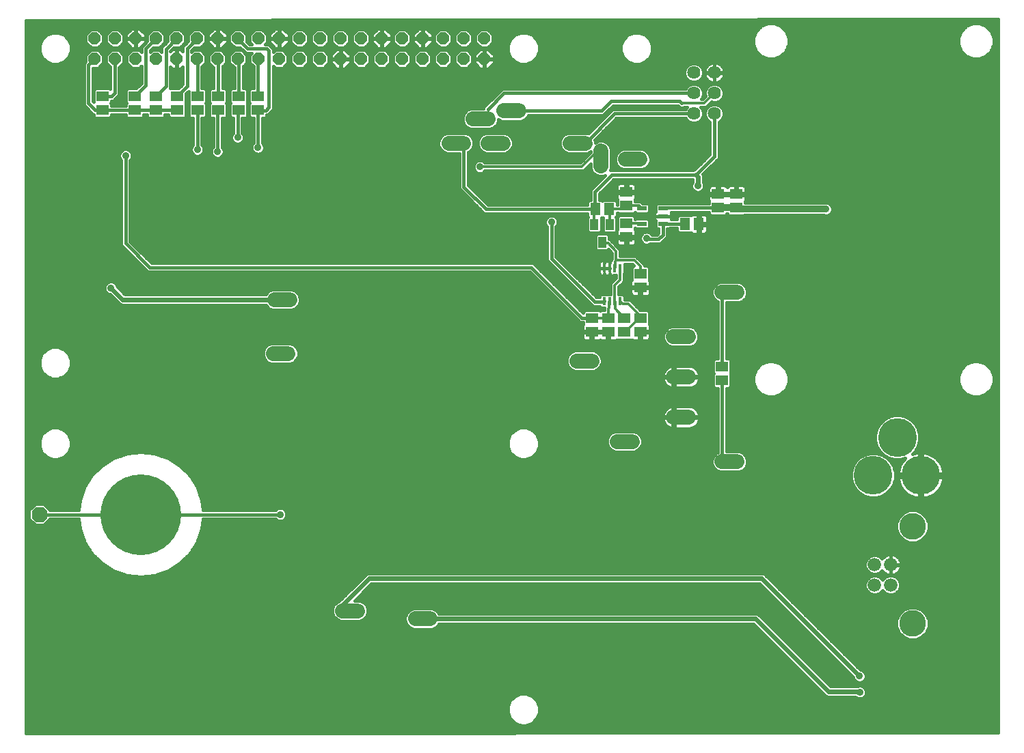
<source format=gbl>
G75*
%MOIN*%
%OFA0B0*%
%FSLAX24Y24*%
%IPPOS*%
%LPD*%
%AMOC8*
5,1,8,0,0,1.08239X$1,22.5*
%
%ADD10C,0.0727*%
%ADD11C,0.1890*%
%ADD12C,0.0640*%
%ADD13R,0.0591X0.0512*%
%ADD14R,0.0472X0.0217*%
%ADD15R,0.0512X0.0591*%
%ADD16R,0.0394X0.0551*%
%ADD17R,0.0177X0.0394*%
%ADD18C,0.0660*%
%ADD19C,0.1300*%
%ADD20C,0.3937*%
%ADD21OC8,0.0760*%
%ADD22OC8,0.0600*%
%ADD23C,0.0160*%
%ADD24C,0.0354*%
%ADD25C,0.0240*%
%ADD26C,0.0120*%
%ADD27C,0.0320*%
D10*
X015928Y006528D02*
X016656Y006528D01*
X019471Y006135D02*
X020199Y006135D01*
X029314Y014796D02*
X030041Y014796D01*
X032070Y015977D02*
X032797Y015977D01*
X032797Y017946D02*
X032070Y017946D01*
X032070Y019914D02*
X032797Y019914D01*
X034432Y022080D02*
X035159Y022080D01*
X028073Y018733D02*
X027345Y018733D01*
X034432Y013812D02*
X035159Y013812D01*
X028526Y028242D02*
X028526Y028969D01*
X027739Y029363D02*
X027012Y029363D01*
X024530Y030938D02*
X023802Y030938D01*
X023015Y030544D02*
X022287Y030544D01*
X021834Y029363D02*
X021106Y029363D01*
X023015Y029363D02*
X023742Y029363D01*
X029708Y028576D02*
X030435Y028576D01*
X013348Y021725D02*
X012621Y021725D01*
X012542Y019087D02*
X013270Y019087D01*
D11*
X041798Y013143D03*
X042979Y014993D03*
X044121Y013143D03*
D12*
X034056Y030804D03*
X033056Y030804D03*
X033056Y031804D03*
X034056Y031804D03*
X034056Y032804D03*
X033056Y032804D03*
D13*
X029757Y026971D03*
X029757Y026302D03*
X029757Y025446D03*
X029757Y024776D03*
X030446Y022985D03*
X030446Y022316D03*
X030446Y020820D03*
X029658Y020820D03*
X029658Y020150D03*
X030446Y020150D03*
X028871Y020150D03*
X028084Y020150D03*
X028084Y020820D03*
X028871Y020820D03*
X034432Y018458D03*
X034432Y017788D03*
X034235Y026204D03*
X034235Y026873D03*
X035121Y026873D03*
X035121Y026204D03*
X011794Y030977D03*
X011794Y031647D03*
X010859Y031647D03*
X010859Y030977D03*
X009855Y030977D03*
X009855Y031647D03*
X008841Y031647D03*
X008841Y030977D03*
X007857Y030977D03*
X007857Y031647D03*
X006824Y031647D03*
X006824Y030977D03*
X005790Y030977D03*
X005790Y031647D03*
X004215Y031647D03*
X004215Y030977D03*
D14*
X030524Y026174D03*
X030524Y025426D03*
X031548Y025426D03*
X031548Y025800D03*
X031548Y026174D03*
D15*
X032621Y025406D03*
X033290Y025406D03*
X028910Y026145D03*
X028241Y026145D03*
D16*
X028202Y025397D03*
X028950Y025397D03*
X028576Y024530D03*
D17*
X028684Y023261D03*
X028940Y023261D03*
X029196Y023261D03*
X029452Y023261D03*
X029452Y021647D03*
X029196Y021647D03*
X028940Y021647D03*
X028684Y021647D03*
D18*
X041870Y008773D03*
X042650Y008773D03*
X042650Y007788D03*
X041870Y007788D03*
D19*
X043720Y005910D03*
X043720Y010650D03*
D20*
X006086Y011233D03*
D21*
X001154Y011233D03*
D22*
X003828Y033469D03*
X004828Y033469D03*
X005828Y033469D03*
X006828Y033469D03*
X007828Y033469D03*
X008828Y033469D03*
X009828Y033469D03*
X010828Y033469D03*
X011828Y033469D03*
X012828Y033469D03*
X013828Y033469D03*
X014828Y033469D03*
X015828Y033469D03*
X016828Y033469D03*
X017828Y033469D03*
X018828Y033469D03*
X019828Y033469D03*
X020828Y033469D03*
X021828Y033469D03*
X022828Y033469D03*
X022828Y034469D03*
X021828Y034469D03*
X020828Y034469D03*
X019828Y034469D03*
X018828Y034469D03*
X017828Y034469D03*
X016828Y034469D03*
X015828Y034469D03*
X014828Y034469D03*
X013828Y034469D03*
X012828Y034469D03*
X011828Y034469D03*
X010828Y034469D03*
X009828Y034469D03*
X008828Y034469D03*
X007828Y034469D03*
X006828Y034469D03*
X005828Y034469D03*
X004828Y034469D03*
X003828Y034469D03*
D23*
X000490Y035353D02*
X000490Y000540D01*
X047901Y000588D01*
X047901Y035401D01*
X000490Y035353D01*
X000490Y035337D02*
X047901Y035337D01*
X047901Y035178D02*
X047041Y035178D01*
X046985Y035201D02*
X046643Y035201D01*
X046327Y035070D01*
X046085Y034829D01*
X045954Y034512D01*
X045954Y034170D01*
X046085Y033854D01*
X046327Y033612D01*
X046643Y033481D01*
X046985Y033481D01*
X047301Y033612D01*
X047543Y033854D01*
X047674Y034170D01*
X047674Y034512D01*
X047543Y034829D01*
X047301Y035070D01*
X046985Y035201D01*
X046586Y035178D02*
X037041Y035178D01*
X036985Y035201D02*
X036643Y035201D01*
X036327Y035070D01*
X036085Y034829D01*
X035954Y034512D01*
X035954Y034170D01*
X036085Y033854D01*
X036327Y033612D01*
X036643Y033481D01*
X036985Y033481D01*
X037301Y033612D01*
X037543Y033854D01*
X037674Y034170D01*
X037674Y034512D01*
X037543Y034829D01*
X037301Y035070D01*
X036985Y035201D01*
X036586Y035178D02*
X000490Y035178D01*
X000490Y035020D02*
X036276Y035020D01*
X036117Y034861D02*
X023058Y034861D01*
X023010Y034909D02*
X022645Y034909D01*
X022388Y034652D01*
X022388Y034287D01*
X022645Y034029D01*
X023010Y034029D01*
X023268Y034287D01*
X023268Y034652D01*
X023010Y034909D01*
X023217Y034703D02*
X024454Y034703D01*
X024593Y034760D02*
X024310Y034643D01*
X024093Y034426D01*
X023976Y034142D01*
X023976Y033836D01*
X024093Y033552D01*
X024310Y033335D01*
X024593Y033218D01*
X024900Y033218D01*
X025184Y033335D01*
X025401Y033552D01*
X025518Y033836D01*
X025518Y034142D01*
X025401Y034426D01*
X025184Y034643D01*
X024900Y034760D01*
X024593Y034760D01*
X024211Y034544D02*
X023268Y034544D01*
X023268Y034386D02*
X024076Y034386D01*
X024011Y034227D02*
X023208Y034227D01*
X023049Y034069D02*
X023976Y034069D01*
X023976Y033910D02*
X023066Y033910D01*
X023026Y033949D02*
X022848Y033949D01*
X022848Y033489D01*
X023308Y033489D01*
X023308Y033668D01*
X023026Y033949D01*
X022848Y033910D02*
X022808Y033910D01*
X022808Y033949D02*
X022629Y033949D01*
X022348Y033668D01*
X022348Y033489D01*
X022808Y033489D01*
X022808Y033449D01*
X022848Y033449D01*
X022848Y033489D01*
X022808Y033489D01*
X022808Y033949D01*
X022808Y033752D02*
X022848Y033752D01*
X022848Y033593D02*
X022808Y033593D01*
X022808Y033449D02*
X022348Y033449D01*
X022348Y033271D01*
X022629Y032989D01*
X022808Y032989D01*
X022808Y033449D01*
X022808Y033435D02*
X022848Y033435D01*
X022848Y033449D02*
X022848Y032989D01*
X023026Y032989D01*
X023308Y033271D01*
X023308Y033449D01*
X022848Y033449D01*
X022848Y033276D02*
X022808Y033276D01*
X022808Y033118D02*
X022848Y033118D01*
X023155Y033118D02*
X032719Y033118D01*
X032666Y033065D02*
X032596Y032896D01*
X032596Y032713D01*
X032666Y032543D01*
X032795Y032414D01*
X032964Y032344D01*
X033147Y032344D01*
X033317Y032414D01*
X033446Y032543D01*
X033516Y032713D01*
X033516Y032896D01*
X033446Y033065D01*
X033317Y033194D01*
X033147Y033264D01*
X032964Y033264D01*
X032795Y033194D01*
X032666Y033065D01*
X032622Y032959D02*
X012556Y032959D01*
X012645Y033029D02*
X012556Y033119D01*
X012556Y031024D01*
X012427Y030895D01*
X012408Y030876D01*
X012279Y030747D01*
X012229Y030747D01*
X012229Y030663D01*
X012147Y030581D01*
X012014Y030581D01*
X012014Y029375D01*
X012063Y029326D01*
X012111Y029210D01*
X012111Y029083D01*
X012063Y028967D01*
X011974Y028878D01*
X011857Y028829D01*
X011731Y028829D01*
X011615Y028878D01*
X011525Y028967D01*
X011477Y029083D01*
X011477Y029210D01*
X011525Y029326D01*
X011574Y029375D01*
X011574Y030581D01*
X011441Y030581D01*
X011359Y030663D01*
X011359Y031291D01*
X011380Y031312D01*
X011359Y031333D01*
X011359Y031960D01*
X011441Y032042D01*
X011574Y032042D01*
X011574Y033101D01*
X011388Y033287D01*
X011388Y033652D01*
X011485Y033749D01*
X011211Y033749D01*
X011082Y033878D01*
X010931Y034029D01*
X010645Y034029D01*
X010388Y034287D01*
X010388Y034652D01*
X010645Y034909D01*
X011010Y034909D01*
X011268Y034652D01*
X011268Y034315D01*
X011393Y034189D01*
X011485Y034189D01*
X011388Y034287D01*
X011388Y034652D01*
X011645Y034909D01*
X012010Y034909D01*
X012268Y034652D01*
X012268Y034287D01*
X012170Y034189D01*
X012328Y034189D01*
X012427Y034091D01*
X012556Y033962D01*
X012556Y033819D01*
X012645Y033909D01*
X013010Y033909D01*
X013268Y033652D01*
X013268Y033287D01*
X013010Y033029D01*
X012645Y033029D01*
X012556Y033118D02*
X012557Y033118D01*
X012556Y032801D02*
X032596Y032801D01*
X032625Y032642D02*
X012556Y032642D01*
X012556Y032484D02*
X032726Y032484D01*
X032795Y032194D02*
X032666Y032065D01*
X032649Y032024D01*
X023711Y032024D01*
X023582Y031895D01*
X022795Y031108D01*
X022795Y031048D01*
X022187Y031048D01*
X022002Y030971D01*
X021860Y030830D01*
X021783Y030644D01*
X021783Y030444D01*
X021860Y030259D01*
X022002Y030117D01*
X022187Y030040D01*
X023115Y030040D01*
X023300Y030117D01*
X023442Y030259D01*
X023518Y030444D01*
X023518Y030510D01*
X023702Y030434D01*
X024630Y030434D01*
X024815Y030511D01*
X024957Y030653D01*
X024984Y030718D01*
X028637Y030718D01*
X028766Y030847D01*
X029110Y031190D01*
X032274Y031190D01*
X032372Y031092D01*
X032555Y031092D01*
X032575Y031112D01*
X032713Y031112D01*
X032666Y031065D01*
X032649Y031024D01*
X029089Y031024D01*
X027905Y029840D01*
X027839Y029867D01*
X026911Y029867D01*
X026726Y029790D01*
X026584Y029648D01*
X026508Y029463D01*
X026508Y029263D01*
X026584Y029078D01*
X026726Y028936D01*
X026911Y028859D01*
X027839Y028859D01*
X028023Y028935D01*
X028023Y028906D01*
X027518Y028402D01*
X022869Y028402D01*
X022801Y028471D01*
X022684Y028519D01*
X022558Y028519D01*
X022441Y028471D01*
X022352Y028381D01*
X022304Y028265D01*
X022304Y028139D01*
X022352Y028022D01*
X022441Y027933D01*
X022558Y027884D01*
X022684Y027884D01*
X022801Y027933D01*
X022869Y028002D01*
X027684Y028002D01*
X027801Y028119D01*
X028023Y028340D01*
X028023Y028142D01*
X028099Y027957D01*
X028241Y027815D01*
X028426Y027738D01*
X028627Y027738D01*
X028713Y027774D01*
X028140Y027201D01*
X028011Y027072D01*
X028011Y026580D01*
X027927Y026580D01*
X027845Y026498D01*
X027845Y026365D01*
X023007Y026365D01*
X022054Y027318D01*
X022054Y028909D01*
X022119Y028936D01*
X022261Y029078D01*
X022337Y029263D01*
X022337Y029463D01*
X022261Y029648D01*
X022119Y029790D01*
X021934Y029867D01*
X021006Y029867D01*
X020821Y029790D01*
X020679Y029648D01*
X020602Y029463D01*
X020602Y029263D01*
X020679Y029078D01*
X020821Y028936D01*
X021006Y028859D01*
X021614Y028859D01*
X021614Y027136D01*
X021742Y027007D01*
X022696Y026053D01*
X022825Y025925D01*
X027845Y025925D01*
X027845Y025791D01*
X027886Y025751D01*
X027865Y025730D01*
X027865Y025063D01*
X027947Y024981D01*
X028456Y024981D01*
X028539Y025063D01*
X028539Y025709D01*
X028555Y025709D01*
X028576Y025730D01*
X028596Y025709D01*
X028613Y025709D01*
X028613Y025063D01*
X028695Y024981D01*
X029205Y024981D01*
X029282Y025059D01*
X029281Y025056D01*
X029281Y024824D01*
X029709Y024824D01*
X029709Y024729D01*
X029281Y024729D01*
X029281Y024497D01*
X029294Y024451D01*
X029317Y024410D01*
X029351Y024377D01*
X029392Y024353D01*
X029438Y024341D01*
X029709Y024341D01*
X029709Y024728D01*
X029805Y024728D01*
X029805Y024341D01*
X030076Y024341D01*
X030122Y024353D01*
X030163Y024377D01*
X030196Y024410D01*
X030220Y024451D01*
X030232Y024497D01*
X030232Y024729D01*
X029805Y024729D01*
X029805Y024824D01*
X030232Y024824D01*
X030232Y025056D01*
X030220Y025102D01*
X030196Y025143D01*
X030192Y025147D01*
X030192Y025216D01*
X030230Y025178D01*
X030819Y025178D01*
X030901Y025260D01*
X030901Y025592D01*
X030819Y025674D01*
X030230Y025674D01*
X030202Y025646D01*
X030192Y025646D01*
X030192Y025760D01*
X030110Y025842D01*
X029404Y025842D01*
X029321Y025760D01*
X029321Y025147D01*
X029317Y025143D01*
X029294Y025102D01*
X029287Y025075D01*
X029287Y025730D01*
X029266Y025751D01*
X029306Y025791D01*
X029306Y025945D01*
X029365Y025945D01*
X029404Y025906D01*
X030110Y025906D01*
X030180Y025976D01*
X030230Y025926D01*
X030819Y025926D01*
X030901Y026008D01*
X030901Y026340D01*
X030819Y026422D01*
X030559Y026422D01*
X030479Y026502D01*
X030192Y026502D01*
X030192Y026601D01*
X030196Y026605D01*
X030220Y026646D01*
X030232Y026692D01*
X030232Y026923D01*
X029805Y026923D01*
X029805Y027019D01*
X030232Y027019D01*
X030232Y027251D01*
X030220Y027297D01*
X030196Y027338D01*
X030163Y027371D01*
X030122Y027395D01*
X030076Y027407D01*
X029805Y027407D01*
X029805Y027019D01*
X029709Y027019D01*
X029709Y026923D01*
X029281Y026923D01*
X029281Y026692D01*
X029294Y026646D01*
X029317Y026605D01*
X029321Y026601D01*
X029321Y026345D01*
X029306Y026345D01*
X029306Y026498D01*
X029224Y026580D01*
X028596Y026580D01*
X028576Y026559D01*
X028555Y026580D01*
X028451Y026580D01*
X028451Y026890D01*
X029159Y027598D01*
X032991Y027598D01*
X032991Y027465D01*
X032982Y027456D01*
X032934Y027340D01*
X032934Y027213D01*
X032982Y027097D01*
X033071Y027008D01*
X033188Y026959D01*
X033314Y026959D01*
X033431Y027008D01*
X033520Y027097D01*
X033568Y027213D01*
X033568Y027340D01*
X033520Y027456D01*
X033511Y027465D01*
X033511Y027771D01*
X033483Y027838D01*
X034276Y028630D01*
X034276Y030397D01*
X034317Y030414D01*
X034446Y030543D01*
X034516Y030713D01*
X034516Y030896D01*
X034446Y031065D01*
X034317Y031194D01*
X034147Y031264D01*
X033964Y031264D01*
X033795Y031194D01*
X033666Y031065D01*
X033596Y030896D01*
X033596Y030713D01*
X033666Y030543D01*
X033795Y030414D01*
X033836Y030397D01*
X033836Y028812D01*
X033101Y028078D01*
X033005Y028038D01*
X033005Y028038D01*
X028987Y028038D01*
X029030Y028142D01*
X029030Y029070D01*
X028954Y029255D01*
X028812Y029396D01*
X028627Y029473D01*
X028426Y029473D01*
X028243Y029397D01*
X028243Y029463D01*
X028216Y029529D01*
X029271Y030584D01*
X032649Y030584D01*
X032666Y030543D01*
X032795Y030414D01*
X032964Y030344D01*
X033147Y030344D01*
X033317Y030414D01*
X033446Y030543D01*
X033516Y030713D01*
X033516Y030896D01*
X033446Y031065D01*
X033399Y031112D01*
X033647Y031112D01*
X033904Y031369D01*
X033964Y031344D01*
X034147Y031344D01*
X034317Y031414D01*
X034446Y031543D01*
X034516Y031713D01*
X034516Y031896D01*
X034446Y032065D01*
X034317Y032194D01*
X034147Y032264D01*
X033964Y032264D01*
X033795Y032194D01*
X033666Y032065D01*
X033596Y031896D01*
X033596Y031713D01*
X033621Y031652D01*
X033481Y031512D01*
X033414Y031512D01*
X033446Y031543D01*
X033516Y031713D01*
X033516Y031896D01*
X033446Y032065D01*
X033317Y032194D01*
X033147Y032264D01*
X032964Y032264D01*
X032795Y032194D01*
X032768Y032167D02*
X012556Y032167D01*
X012556Y032325D02*
X033912Y032325D01*
X033939Y032316D02*
X034017Y032304D01*
X034047Y032304D01*
X034047Y032795D01*
X034065Y032795D01*
X034065Y032813D01*
X034556Y032813D01*
X034556Y032843D01*
X034544Y032921D01*
X034519Y032996D01*
X034484Y033066D01*
X034437Y033130D01*
X034382Y033185D01*
X034318Y033232D01*
X034248Y033267D01*
X034173Y033292D01*
X034095Y033304D01*
X034065Y033304D01*
X034065Y032813D01*
X034047Y032813D01*
X034047Y033304D01*
X034017Y033304D01*
X033939Y033292D01*
X033864Y033267D01*
X033794Y033232D01*
X033730Y033185D01*
X033675Y033130D01*
X033628Y033066D01*
X033593Y032996D01*
X033568Y032921D01*
X033556Y032843D01*
X033556Y032813D01*
X034047Y032813D01*
X034047Y032795D01*
X033556Y032795D01*
X033556Y032765D01*
X033568Y032687D01*
X033593Y032612D01*
X033628Y032542D01*
X033675Y032478D01*
X033730Y032423D01*
X033794Y032376D01*
X033864Y032341D01*
X033939Y032316D01*
X034047Y032325D02*
X034065Y032325D01*
X034065Y032304D02*
X034095Y032304D01*
X034173Y032316D01*
X034248Y032341D01*
X034318Y032376D01*
X034382Y032423D01*
X034437Y032478D01*
X034484Y032542D01*
X034519Y032612D01*
X034544Y032687D01*
X034556Y032765D01*
X034556Y032795D01*
X034065Y032795D01*
X034065Y032304D01*
X034200Y032325D02*
X047901Y032325D01*
X047901Y032167D02*
X034344Y032167D01*
X034469Y032008D02*
X047901Y032008D01*
X047901Y031850D02*
X034516Y031850D01*
X034507Y031691D02*
X047901Y031691D01*
X047901Y031533D02*
X034435Y031533D01*
X034220Y031374D02*
X047901Y031374D01*
X047901Y031216D02*
X034265Y031216D01*
X034449Y031057D02*
X047901Y031057D01*
X047901Y030899D02*
X034515Y030899D01*
X034516Y030740D02*
X047901Y030740D01*
X047901Y030581D02*
X034462Y030581D01*
X034326Y030423D02*
X047901Y030423D01*
X047901Y030264D02*
X034276Y030264D01*
X034276Y030106D02*
X047901Y030106D01*
X047901Y029947D02*
X034276Y029947D01*
X034276Y029789D02*
X047901Y029789D01*
X047901Y029630D02*
X034276Y029630D01*
X034276Y029472D02*
X047901Y029472D01*
X047901Y029313D02*
X034276Y029313D01*
X034276Y029155D02*
X047901Y029155D01*
X047901Y028996D02*
X034276Y028996D01*
X034276Y028838D02*
X047901Y028838D01*
X047901Y028679D02*
X034276Y028679D01*
X034167Y028521D02*
X047901Y028521D01*
X047901Y028362D02*
X034008Y028362D01*
X033850Y028204D02*
X047901Y028204D01*
X047901Y028045D02*
X033691Y028045D01*
X033533Y027887D02*
X047901Y027887D01*
X047901Y027728D02*
X033511Y027728D01*
X033511Y027570D02*
X047901Y027570D01*
X047901Y027411D02*
X033538Y027411D01*
X033568Y027253D02*
X033809Y027253D01*
X033796Y027239D02*
X033772Y027198D01*
X033760Y027153D01*
X033760Y026921D01*
X034187Y026921D01*
X034187Y026825D01*
X033760Y026825D01*
X033760Y026593D01*
X033772Y026548D01*
X033796Y026506D01*
X033800Y026502D01*
X033800Y026424D01*
X031487Y026424D01*
X031485Y026422D01*
X031254Y026422D01*
X031172Y026340D01*
X031172Y026023D01*
X031168Y026019D01*
X031144Y025978D01*
X031132Y025932D01*
X031132Y025800D01*
X031132Y025668D01*
X030825Y025668D01*
X030901Y025509D02*
X031172Y025509D01*
X031172Y025577D02*
X031172Y025260D01*
X031254Y025178D01*
X031328Y025178D01*
X031328Y024976D01*
X031240Y024888D01*
X031014Y024888D01*
X031010Y024897D01*
X030921Y024986D01*
X030804Y025035D01*
X030678Y025035D01*
X030561Y024986D01*
X030472Y024897D01*
X030424Y024780D01*
X030424Y024654D01*
X030472Y024538D01*
X030561Y024449D01*
X030678Y024400D01*
X030804Y024400D01*
X030920Y024448D01*
X031423Y024448D01*
X031552Y024577D01*
X031768Y024794D01*
X031768Y025178D01*
X031842Y025178D01*
X031871Y025206D01*
X032225Y025206D01*
X032225Y025053D01*
X032307Y024971D01*
X032920Y024971D01*
X032924Y024967D01*
X032965Y024943D01*
X033011Y024931D01*
X033242Y024931D01*
X033242Y025358D01*
X033338Y025358D01*
X033338Y024931D01*
X033570Y024931D01*
X033616Y024943D01*
X033657Y024967D01*
X033690Y025001D01*
X033714Y025042D01*
X033726Y025087D01*
X033726Y025358D01*
X033338Y025358D01*
X033338Y025454D01*
X033726Y025454D01*
X033726Y025725D01*
X033714Y025771D01*
X033690Y025812D01*
X033657Y025846D01*
X033616Y025869D01*
X033570Y025882D01*
X033338Y025882D01*
X033338Y025454D01*
X033242Y025454D01*
X033242Y025882D01*
X033011Y025882D01*
X032965Y025869D01*
X032924Y025846D01*
X032920Y025842D01*
X032307Y025842D01*
X032225Y025760D01*
X032225Y025646D01*
X031958Y025646D01*
X031964Y025668D01*
X032225Y025668D01*
X032292Y025826D02*
X031964Y025826D01*
X031964Y025800D02*
X031964Y025932D01*
X031952Y025978D01*
X031949Y025984D01*
X033800Y025984D01*
X033800Y025890D01*
X033882Y025808D01*
X034588Y025808D01*
X034670Y025890D01*
X034670Y025904D01*
X034686Y025904D01*
X034686Y025890D01*
X034768Y025808D01*
X035474Y025808D01*
X035511Y025845D01*
X039396Y025845D01*
X039438Y025827D01*
X039564Y025827D01*
X039681Y025876D01*
X039770Y025965D01*
X039818Y026081D01*
X039818Y026208D01*
X039770Y026324D01*
X039681Y026413D01*
X039564Y026462D01*
X039438Y026462D01*
X039396Y026445D01*
X035556Y026445D01*
X035556Y026502D01*
X035560Y026506D01*
X035584Y026548D01*
X035596Y026593D01*
X035596Y026825D01*
X035169Y026825D01*
X035169Y026921D01*
X035073Y026921D01*
X035073Y027309D01*
X034802Y027309D01*
X034756Y027297D01*
X034715Y027273D01*
X034682Y027239D01*
X034678Y027233D01*
X034674Y027239D01*
X034641Y027273D01*
X034600Y027297D01*
X034554Y027309D01*
X034283Y027309D01*
X034283Y026921D01*
X034187Y026921D01*
X034187Y027309D01*
X033916Y027309D01*
X033870Y027297D01*
X033829Y027273D01*
X033796Y027239D01*
X033760Y027094D02*
X033517Y027094D01*
X033760Y026936D02*
X029805Y026936D01*
X029709Y026936D02*
X028497Y026936D01*
X028451Y026777D02*
X029281Y026777D01*
X029309Y026619D02*
X028451Y026619D01*
X028231Y026981D02*
X028231Y026154D01*
X028241Y026145D01*
X022916Y026145D01*
X021834Y027227D01*
X021834Y029363D01*
X022293Y029155D02*
X022556Y029155D01*
X022588Y029078D02*
X022729Y028936D01*
X022914Y028859D01*
X023842Y028859D01*
X024027Y028936D01*
X024169Y029078D01*
X024246Y029263D01*
X024246Y029463D01*
X024169Y029648D01*
X024027Y029790D01*
X023842Y029867D01*
X022914Y029867D01*
X022729Y029790D01*
X022588Y029648D01*
X022511Y029463D01*
X022511Y029263D01*
X022588Y029078D01*
X022669Y028996D02*
X022179Y028996D01*
X022054Y028838D02*
X027955Y028838D01*
X027796Y028679D02*
X022054Y028679D01*
X022054Y028521D02*
X027638Y028521D01*
X027886Y028204D02*
X028023Y028204D01*
X028063Y028045D02*
X027728Y028045D01*
X028169Y027887D02*
X022690Y027887D01*
X022552Y027887D02*
X022054Y027887D01*
X022054Y028045D02*
X022342Y028045D01*
X022304Y028204D02*
X022054Y028204D01*
X022054Y028362D02*
X022344Y028362D01*
X022054Y027728D02*
X028667Y027728D01*
X028509Y027570D02*
X022054Y027570D01*
X022054Y027411D02*
X028350Y027411D01*
X028192Y027253D02*
X022119Y027253D01*
X022277Y027094D02*
X028033Y027094D01*
X028011Y026936D02*
X022436Y026936D01*
X022594Y026777D02*
X028011Y026777D01*
X028011Y026619D02*
X022753Y026619D01*
X022911Y026460D02*
X027845Y026460D01*
X027985Y026145D02*
X028241Y026145D01*
X027845Y025826D02*
X005567Y025826D01*
X005567Y025668D02*
X025839Y025668D01*
X025846Y025684D02*
X025798Y025568D01*
X025798Y025442D01*
X025846Y025325D01*
X025895Y025276D01*
X025895Y023642D01*
X028011Y021526D01*
X028140Y021397D01*
X028455Y021397D01*
X028455Y021392D01*
X028537Y021310D01*
X028671Y021310D01*
X028671Y021216D01*
X028518Y021216D01*
X028477Y021175D01*
X028437Y021216D01*
X027730Y021216D01*
X027648Y021134D01*
X027648Y021084D01*
X025222Y023510D01*
X006620Y023510D01*
X005567Y024562D01*
X005567Y028524D01*
X005616Y028573D01*
X005664Y028690D01*
X005664Y028816D01*
X005616Y028932D01*
X005527Y029022D01*
X005410Y029070D01*
X005284Y029070D01*
X005168Y029022D01*
X005078Y028932D01*
X005030Y028816D01*
X005030Y028690D01*
X005078Y028573D01*
X005127Y028524D01*
X005127Y024380D01*
X006308Y023199D01*
X006437Y023070D01*
X025040Y023070D01*
X027371Y020738D01*
X027500Y020610D01*
X027648Y020610D01*
X027648Y020521D01*
X027644Y020517D01*
X027621Y020476D01*
X027608Y020430D01*
X027608Y020198D01*
X028036Y020198D01*
X028036Y020103D01*
X027608Y020103D01*
X027608Y019871D01*
X027621Y019825D01*
X027644Y019784D01*
X027678Y019751D01*
X027719Y019727D01*
X027765Y019715D01*
X028036Y019715D01*
X028036Y020103D01*
X028131Y020103D01*
X028131Y019715D01*
X028403Y019715D01*
X028448Y019727D01*
X028477Y019744D01*
X028506Y019727D01*
X028552Y019715D01*
X028823Y019715D01*
X028823Y020103D01*
X028396Y020103D01*
X028132Y020103D01*
X028132Y020198D01*
X028823Y020198D01*
X028823Y020103D01*
X028919Y020103D01*
X028919Y019715D01*
X029190Y019715D01*
X029236Y019727D01*
X029277Y019751D01*
X029293Y019767D01*
X029305Y019755D01*
X030012Y019755D01*
X030024Y019767D01*
X030040Y019751D01*
X030081Y019727D01*
X030127Y019715D01*
X030398Y019715D01*
X030398Y020103D01*
X030494Y020103D01*
X030494Y020198D01*
X030921Y020198D01*
X030921Y020430D01*
X030909Y020476D01*
X030885Y020517D01*
X030881Y020521D01*
X030881Y021134D01*
X030799Y021216D01*
X030441Y021216D01*
X030055Y021601D01*
X029938Y021719D01*
X029680Y021719D01*
X029680Y021901D01*
X029598Y021983D01*
X029396Y021983D01*
X029396Y022351D01*
X029544Y022500D01*
X029661Y022617D01*
X029661Y022987D01*
X029680Y023006D01*
X029680Y023435D01*
X030068Y023435D01*
X030121Y023381D01*
X030092Y023381D01*
X030010Y023299D01*
X030010Y022686D01*
X030006Y022682D01*
X029983Y022641D01*
X029970Y022595D01*
X029970Y022364D01*
X030398Y022364D01*
X030398Y022268D01*
X030494Y022268D01*
X030494Y022364D01*
X030921Y022364D01*
X030921Y022595D01*
X030909Y022641D01*
X030885Y022682D01*
X030881Y022686D01*
X030881Y023299D01*
X030799Y023381D01*
X030646Y023381D01*
X030646Y023422D01*
X030350Y023718D01*
X030233Y023835D01*
X029465Y023835D01*
X029465Y024160D01*
X029071Y024554D01*
X028954Y024671D01*
X028913Y024671D01*
X028913Y024864D01*
X028831Y024946D01*
X028321Y024946D01*
X028239Y024864D01*
X028239Y024197D01*
X028321Y024115D01*
X028831Y024115D01*
X028888Y024172D01*
X029065Y023995D01*
X029065Y023718D01*
X029015Y023668D01*
X029015Y023638D01*
X028940Y023638D01*
X028940Y023528D01*
X028940Y023638D01*
X028828Y023638D01*
X028812Y023633D01*
X028796Y023638D01*
X028684Y023638D01*
X028684Y023528D01*
X028684Y023528D01*
X028684Y023638D01*
X028572Y023638D01*
X028526Y023625D01*
X028485Y023602D01*
X028451Y023568D01*
X028428Y023527D01*
X028415Y023481D01*
X028415Y023261D01*
X028684Y023261D01*
X028940Y023261D01*
X028940Y023261D01*
X028684Y023261D01*
X028684Y023261D01*
X028684Y023261D01*
X028415Y023261D01*
X028415Y023040D01*
X028428Y022994D01*
X028451Y022953D01*
X028485Y022920D01*
X028526Y022896D01*
X028572Y022884D01*
X028684Y022884D01*
X028796Y022884D01*
X028812Y022888D01*
X028828Y022884D01*
X028940Y022884D01*
X029052Y022884D01*
X029098Y022896D01*
X029139Y022920D01*
X029143Y022924D01*
X029261Y022924D01*
X029261Y022783D01*
X028996Y022517D01*
X028996Y021983D01*
X028537Y021983D01*
X028455Y021901D01*
X028455Y021837D01*
X028322Y021837D01*
X026335Y023824D01*
X026335Y025276D01*
X026384Y025325D01*
X026432Y025442D01*
X026432Y025568D01*
X026384Y025684D01*
X026295Y025774D01*
X026178Y025822D01*
X026052Y025822D01*
X025935Y025774D01*
X025846Y025684D01*
X025798Y025509D02*
X005567Y025509D01*
X005567Y025351D02*
X025835Y025351D01*
X025895Y025192D02*
X005567Y025192D01*
X005567Y025034D02*
X025895Y025034D01*
X025895Y024875D02*
X005567Y024875D01*
X005567Y024717D02*
X025895Y024717D01*
X025895Y024558D02*
X005571Y024558D01*
X005730Y024400D02*
X025895Y024400D01*
X025895Y024241D02*
X005888Y024241D01*
X006047Y024083D02*
X025895Y024083D01*
X025895Y023924D02*
X006205Y023924D01*
X006364Y023766D02*
X025895Y023766D01*
X025930Y023607D02*
X006522Y023607D01*
X006528Y023290D02*
X025131Y023290D01*
X027591Y020830D01*
X028074Y020830D01*
X028084Y020820D01*
X027648Y020596D02*
X000490Y020596D01*
X000490Y020754D02*
X027355Y020754D01*
X027197Y020913D02*
X000490Y020913D01*
X000490Y021071D02*
X027038Y021071D01*
X026880Y021230D02*
X013469Y021230D01*
X013449Y021222D02*
X013634Y021298D01*
X013776Y021440D01*
X013852Y021625D01*
X013852Y021825D01*
X013776Y022011D01*
X013634Y022152D01*
X013449Y022229D01*
X012521Y022229D01*
X012336Y022152D01*
X012194Y022011D01*
X012183Y021985D01*
X005307Y021985D01*
X004946Y022347D01*
X004946Y022359D01*
X004898Y022476D01*
X004808Y022565D01*
X004692Y022613D01*
X004566Y022613D01*
X004449Y022565D01*
X004360Y022476D01*
X004312Y022359D01*
X004312Y022233D01*
X004360Y022116D01*
X004449Y022027D01*
X004566Y021979D01*
X004578Y021979D01*
X005052Y021505D01*
X005148Y021465D01*
X012183Y021465D01*
X012194Y021440D01*
X012336Y021298D01*
X012521Y021222D01*
X013449Y021222D01*
X013724Y021388D02*
X026721Y021388D01*
X026563Y021547D02*
X013820Y021547D01*
X013852Y021705D02*
X026404Y021705D01*
X026246Y021864D02*
X013836Y021864D01*
X013764Y022022D02*
X026087Y022022D01*
X025929Y022181D02*
X013565Y022181D01*
X012405Y022181D02*
X005112Y022181D01*
X005270Y022022D02*
X012206Y022022D01*
X012245Y021388D02*
X000490Y021388D01*
X000490Y021230D02*
X012500Y021230D01*
X012442Y019591D02*
X012257Y019515D01*
X012115Y019373D01*
X012038Y019188D01*
X012038Y018987D01*
X012115Y018802D01*
X012257Y018660D01*
X012442Y018584D01*
X013370Y018584D01*
X013555Y018660D01*
X013697Y018802D01*
X013773Y018987D01*
X013773Y019188D01*
X013697Y019373D01*
X013555Y019515D01*
X013370Y019591D01*
X012442Y019591D01*
X012229Y019486D02*
X000490Y019486D01*
X000490Y019328D02*
X001570Y019328D01*
X001475Y019289D02*
X001258Y019072D01*
X001141Y018788D01*
X001141Y018481D01*
X001258Y018198D01*
X001475Y017981D01*
X001759Y017863D01*
X002066Y017863D01*
X002349Y017981D01*
X002566Y018198D01*
X002684Y018481D01*
X002684Y018788D01*
X002566Y019072D01*
X002349Y019289D01*
X002066Y019406D01*
X001759Y019406D01*
X001475Y019289D01*
X001356Y019169D02*
X000490Y019169D01*
X000490Y019011D02*
X001233Y019011D01*
X001168Y018852D02*
X000490Y018852D01*
X000490Y018694D02*
X001141Y018694D01*
X001141Y018535D02*
X000490Y018535D01*
X000490Y018377D02*
X001184Y018377D01*
X001250Y018218D02*
X000490Y018218D01*
X000490Y018060D02*
X001396Y018060D01*
X001667Y017901D02*
X000490Y017901D01*
X000490Y017743D02*
X031564Y017743D01*
X031566Y017737D02*
X031605Y017661D01*
X031655Y017592D01*
X031716Y017531D01*
X031785Y017481D01*
X031861Y017442D01*
X031942Y017415D01*
X032027Y017402D01*
X032029Y017402D01*
X032029Y017904D01*
X032111Y017904D01*
X032111Y017402D01*
X032840Y017402D01*
X032925Y017415D01*
X033006Y017442D01*
X033082Y017481D01*
X033151Y017531D01*
X033212Y017592D01*
X033262Y017661D01*
X033301Y017737D01*
X033328Y017818D01*
X033341Y017903D01*
X033341Y017904D01*
X032111Y017904D01*
X032111Y017987D01*
X032029Y017987D01*
X032029Y018489D01*
X032027Y018489D01*
X031942Y018476D01*
X031861Y018450D01*
X031785Y018411D01*
X031716Y018360D01*
X031655Y018300D01*
X031605Y018231D01*
X031566Y018154D01*
X031539Y018073D01*
X031526Y017989D01*
X031526Y017987D01*
X032029Y017987D01*
X032029Y017904D01*
X031526Y017904D01*
X031526Y017903D01*
X031539Y017818D01*
X031566Y017737D01*
X031526Y017901D02*
X002158Y017901D01*
X002428Y018060D02*
X031537Y018060D01*
X031598Y018218D02*
X002575Y018218D01*
X002640Y018377D02*
X026989Y018377D01*
X026918Y018448D02*
X027060Y018306D01*
X027245Y018229D01*
X028173Y018229D01*
X028358Y018306D01*
X028500Y018448D01*
X028577Y018633D01*
X028577Y018833D01*
X028500Y019019D01*
X028358Y019160D01*
X028173Y019237D01*
X027245Y019237D01*
X027060Y019160D01*
X026918Y019019D01*
X026842Y018833D01*
X026842Y018633D01*
X026918Y018448D01*
X026882Y018535D02*
X002684Y018535D01*
X002684Y018694D02*
X012223Y018694D01*
X012094Y018852D02*
X002657Y018852D01*
X002591Y019011D02*
X012038Y019011D01*
X012038Y019169D02*
X002468Y019169D01*
X002254Y019328D02*
X012097Y019328D01*
X013583Y019486D02*
X031786Y019486D01*
X031784Y019487D02*
X031970Y019411D01*
X032897Y019411D01*
X033083Y019487D01*
X033224Y019629D01*
X033301Y019814D01*
X033301Y020014D01*
X033224Y020200D01*
X033083Y020341D01*
X032897Y020418D01*
X031970Y020418D01*
X031784Y020341D01*
X031643Y020200D01*
X031566Y020014D01*
X031566Y019814D01*
X031643Y019629D01*
X031784Y019487D01*
X031636Y019645D02*
X000490Y019645D01*
X000490Y019803D02*
X027633Y019803D01*
X027608Y019962D02*
X000490Y019962D01*
X000490Y020120D02*
X028036Y020120D01*
X028132Y020120D02*
X028823Y020120D01*
X028823Y019962D02*
X028919Y019962D01*
X028919Y019803D02*
X028823Y019803D01*
X028131Y019803D02*
X028036Y019803D01*
X028036Y019962D02*
X028131Y019962D01*
X027608Y020279D02*
X000490Y020279D01*
X000490Y020437D02*
X027610Y020437D01*
X027502Y021230D02*
X028671Y021230D01*
X028459Y021388D02*
X027344Y021388D01*
X027185Y021547D02*
X027990Y021547D01*
X027832Y021705D02*
X027027Y021705D01*
X026868Y021864D02*
X027673Y021864D01*
X027515Y022022D02*
X026710Y022022D01*
X026551Y022181D02*
X027356Y022181D01*
X027198Y022339D02*
X026393Y022339D01*
X026234Y022498D02*
X027039Y022498D01*
X026881Y022656D02*
X026076Y022656D01*
X025917Y022815D02*
X026722Y022815D01*
X026564Y022973D02*
X025759Y022973D01*
X025600Y023132D02*
X026405Y023132D01*
X026247Y023290D02*
X025442Y023290D01*
X025283Y023449D02*
X026088Y023449D01*
X026115Y023733D02*
X028231Y021617D01*
X028654Y021617D01*
X028684Y021647D01*
X028455Y021864D02*
X028295Y021864D01*
X028137Y022022D02*
X028996Y022022D01*
X028996Y022181D02*
X027978Y022181D01*
X027820Y022339D02*
X028996Y022339D01*
X028996Y022498D02*
X027661Y022498D01*
X027503Y022656D02*
X029135Y022656D01*
X029261Y022815D02*
X027344Y022815D01*
X027186Y022973D02*
X028440Y022973D01*
X028415Y023132D02*
X027027Y023132D01*
X026869Y023290D02*
X028415Y023290D01*
X028415Y023449D02*
X026710Y023449D01*
X026552Y023607D02*
X028495Y023607D01*
X028684Y023607D02*
X028684Y023607D01*
X028940Y023607D02*
X028940Y023607D01*
X028940Y023528D02*
X028940Y023528D01*
X029065Y023766D02*
X026393Y023766D01*
X026335Y023924D02*
X029065Y023924D01*
X028976Y024083D02*
X026335Y024083D01*
X026335Y024241D02*
X028239Y024241D01*
X028239Y024400D02*
X026335Y024400D01*
X026335Y024558D02*
X028239Y024558D01*
X028239Y024717D02*
X026335Y024717D01*
X026335Y024875D02*
X028250Y024875D01*
X028510Y025034D02*
X028642Y025034D01*
X028613Y025192D02*
X028539Y025192D01*
X028539Y025351D02*
X028613Y025351D01*
X028613Y025509D02*
X028539Y025509D01*
X028539Y025668D02*
X028613Y025668D01*
X029287Y025668D02*
X029321Y025668D01*
X029321Y025509D02*
X029287Y025509D01*
X029287Y025351D02*
X029321Y025351D01*
X029321Y025192D02*
X029287Y025192D01*
X029281Y025034D02*
X029258Y025034D01*
X029281Y024875D02*
X028901Y024875D01*
X028913Y024717D02*
X029281Y024717D01*
X029281Y024558D02*
X029067Y024558D01*
X029225Y024400D02*
X029327Y024400D01*
X029384Y024241D02*
X047901Y024241D01*
X047901Y024083D02*
X029465Y024083D01*
X029465Y023924D02*
X047901Y023924D01*
X047901Y023766D02*
X030302Y023766D01*
X030461Y023607D02*
X047901Y023607D01*
X047901Y023449D02*
X030619Y023449D01*
X030881Y023290D02*
X047901Y023290D01*
X047901Y023132D02*
X030881Y023132D01*
X030881Y022973D02*
X047901Y022973D01*
X047901Y022815D02*
X030881Y022815D01*
X030900Y022656D02*
X047901Y022656D01*
X047901Y022498D02*
X035453Y022498D01*
X035445Y022507D02*
X035260Y022583D01*
X034332Y022583D01*
X034147Y022507D01*
X034005Y022365D01*
X033928Y022180D01*
X033928Y021979D01*
X034005Y021794D01*
X034147Y021653D01*
X034212Y021625D01*
X034212Y018853D01*
X034079Y018853D01*
X033997Y018771D01*
X033997Y018144D01*
X034017Y018123D01*
X033997Y018102D01*
X033997Y017474D01*
X034079Y017392D01*
X034212Y017392D01*
X034212Y014266D01*
X034147Y014239D01*
X034005Y014097D01*
X033928Y013912D01*
X033928Y013712D01*
X034005Y013527D01*
X034147Y013385D01*
X034332Y013308D01*
X035260Y013308D01*
X035445Y013385D01*
X035587Y013527D01*
X035663Y013712D01*
X035663Y013912D01*
X035587Y014097D01*
X035445Y014239D01*
X035260Y014316D01*
X034652Y014316D01*
X034652Y017392D01*
X034785Y017392D01*
X034867Y017474D01*
X034867Y018102D01*
X034846Y018123D01*
X034867Y018144D01*
X034867Y018771D01*
X034785Y018853D01*
X034652Y018853D01*
X034652Y021576D01*
X035260Y021576D01*
X035445Y021653D01*
X035587Y021794D01*
X035663Y021979D01*
X035663Y022180D01*
X035587Y022365D01*
X035445Y022507D01*
X035597Y022339D02*
X047901Y022339D01*
X047901Y022181D02*
X035663Y022181D01*
X035663Y022022D02*
X047901Y022022D01*
X047901Y021864D02*
X035615Y021864D01*
X035498Y021705D02*
X047901Y021705D01*
X047901Y021547D02*
X034652Y021547D01*
X034652Y021388D02*
X047901Y021388D01*
X047901Y021230D02*
X034652Y021230D01*
X034652Y021071D02*
X047901Y021071D01*
X047901Y020913D02*
X034652Y020913D01*
X034652Y020754D02*
X047901Y020754D01*
X047901Y020596D02*
X034652Y020596D01*
X034652Y020437D02*
X047901Y020437D01*
X047901Y020279D02*
X034652Y020279D01*
X034652Y020120D02*
X047901Y020120D01*
X047901Y019962D02*
X034652Y019962D01*
X034652Y019803D02*
X047901Y019803D01*
X047901Y019645D02*
X034652Y019645D01*
X034652Y019486D02*
X047901Y019486D01*
X047901Y019328D02*
X034652Y019328D01*
X034652Y019169D02*
X047901Y019169D01*
X047901Y019011D02*
X034652Y019011D01*
X034786Y018852D02*
X047901Y018852D01*
X047901Y018694D02*
X047003Y018694D01*
X046985Y018701D02*
X046643Y018701D01*
X046327Y018570D01*
X046085Y018329D01*
X045954Y018012D01*
X045954Y017670D01*
X046085Y017354D01*
X046327Y017112D01*
X046643Y016981D01*
X046985Y016981D01*
X047301Y017112D01*
X047543Y017354D01*
X047674Y017670D01*
X047674Y018012D01*
X047543Y018329D01*
X047301Y018570D01*
X046985Y018701D01*
X046625Y018694D02*
X037003Y018694D01*
X036985Y018701D02*
X036643Y018701D01*
X036327Y018570D01*
X036085Y018329D01*
X035954Y018012D01*
X035954Y017670D01*
X036085Y017354D01*
X036327Y017112D01*
X036643Y016981D01*
X036985Y016981D01*
X037301Y017112D01*
X037543Y017354D01*
X037674Y017670D01*
X037674Y018012D01*
X037543Y018329D01*
X037301Y018570D01*
X036985Y018701D01*
X036625Y018694D02*
X034867Y018694D01*
X034867Y018535D02*
X036292Y018535D01*
X036133Y018377D02*
X034867Y018377D01*
X034867Y018218D02*
X036039Y018218D01*
X035974Y018060D02*
X034867Y018060D01*
X034867Y017901D02*
X035954Y017901D01*
X035954Y017743D02*
X034867Y017743D01*
X034867Y017584D02*
X035990Y017584D01*
X036055Y017426D02*
X034819Y017426D01*
X034652Y017267D02*
X036172Y017267D01*
X036335Y017109D02*
X034652Y017109D01*
X034652Y016950D02*
X047901Y016950D01*
X047901Y016792D02*
X034652Y016792D01*
X034652Y016633D02*
X047901Y016633D01*
X047901Y016475D02*
X034652Y016475D01*
X034652Y016316D02*
X047901Y016316D01*
X047901Y016158D02*
X034652Y016158D01*
X034652Y015999D02*
X042553Y015999D01*
X042560Y016004D02*
X042313Y015861D01*
X042111Y015659D01*
X041968Y015412D01*
X041894Y015136D01*
X041894Y014850D01*
X041968Y014574D01*
X042111Y014327D01*
X042313Y014125D01*
X042560Y013982D01*
X042836Y013908D01*
X043122Y013908D01*
X043359Y013972D01*
X043281Y013893D01*
X043202Y013795D01*
X043135Y013688D01*
X043080Y013574D01*
X043038Y013454D01*
X043010Y013331D01*
X042998Y013223D01*
X044041Y013223D01*
X044041Y014266D01*
X043932Y014253D01*
X043809Y014225D01*
X043712Y014191D01*
X043847Y014327D01*
X043990Y014574D01*
X044064Y014850D01*
X044064Y015136D01*
X043990Y015412D01*
X043847Y015659D01*
X043645Y015861D01*
X043398Y016004D01*
X043122Y016078D01*
X042836Y016078D01*
X042560Y016004D01*
X042293Y015841D02*
X034652Y015841D01*
X034652Y015682D02*
X042134Y015682D01*
X042033Y015524D02*
X034652Y015524D01*
X034652Y015365D02*
X041956Y015365D01*
X041913Y015207D02*
X034652Y015207D01*
X034652Y015048D02*
X041894Y015048D01*
X041894Y014890D02*
X034652Y014890D01*
X034652Y014731D02*
X041926Y014731D01*
X041969Y014573D02*
X034652Y014573D01*
X034652Y014414D02*
X042061Y014414D01*
X042182Y014256D02*
X035404Y014256D01*
X035586Y014097D02*
X041282Y014097D01*
X041379Y014154D02*
X041132Y014011D01*
X040930Y013809D01*
X040787Y013561D01*
X040713Y013285D01*
X040713Y013000D01*
X040787Y012724D01*
X040930Y012476D01*
X041132Y012274D01*
X041379Y012132D01*
X041655Y012058D01*
X041941Y012058D01*
X042217Y012132D01*
X042464Y012274D01*
X042666Y012476D01*
X042809Y012724D01*
X042883Y013000D01*
X042883Y013285D01*
X042809Y013561D01*
X042666Y013809D01*
X042464Y014011D01*
X042217Y014154D01*
X041941Y014227D01*
X041655Y014227D01*
X041379Y014154D01*
X041060Y013939D02*
X035652Y013939D01*
X035663Y013780D02*
X040914Y013780D01*
X040822Y013622D02*
X035626Y013622D01*
X035523Y013463D02*
X040761Y013463D01*
X040718Y013305D02*
X008311Y013305D01*
X008469Y013146D02*
X040713Y013146D01*
X040716Y012988D02*
X008571Y012988D01*
X008476Y013140D02*
X008476Y013140D01*
X007992Y013624D01*
X007412Y013988D01*
X006766Y014214D01*
X006086Y014291D01*
X006086Y014291D01*
X005405Y014214D01*
X004759Y013988D01*
X004179Y013624D01*
X004179Y013624D01*
X003695Y013140D01*
X003331Y012560D01*
X003331Y012560D01*
X003104Y011914D01*
X003053Y011453D01*
X001670Y011453D01*
X001370Y011753D01*
X000939Y011753D01*
X000634Y011449D01*
X000634Y011018D01*
X000939Y010713D01*
X001370Y010713D01*
X001670Y011013D01*
X003053Y011013D01*
X003104Y010553D01*
X003104Y010553D01*
X003331Y009906D01*
X003695Y009327D01*
X003695Y009327D01*
X004179Y008843D01*
X004759Y008478D01*
X005405Y008252D01*
X006086Y008175D01*
X006766Y008252D01*
X007412Y008478D01*
X007412Y008478D01*
X007992Y008843D01*
X008476Y009327D01*
X008840Y009906D01*
X008840Y009906D01*
X009067Y010553D01*
X009118Y011013D01*
X012648Y011013D01*
X012697Y010964D01*
X012814Y010916D01*
X012940Y010916D01*
X013057Y010964D01*
X013146Y011053D01*
X013194Y011170D01*
X013194Y011296D01*
X013146Y011413D01*
X013057Y011502D01*
X012940Y011550D01*
X012814Y011550D01*
X012697Y011502D01*
X012648Y011453D01*
X009118Y011453D01*
X009067Y011914D01*
X008840Y012560D01*
X008476Y013140D01*
X008476Y013140D01*
X008671Y012829D02*
X040759Y012829D01*
X040818Y012671D02*
X008771Y012671D01*
X008840Y012560D02*
X008840Y012560D01*
X008857Y012512D02*
X040909Y012512D01*
X041052Y012354D02*
X008912Y012354D01*
X008968Y012195D02*
X041269Y012195D01*
X042327Y012195D02*
X043514Y012195D01*
X043469Y012224D02*
X043576Y012157D01*
X043690Y012102D01*
X043809Y012060D01*
X043932Y012032D01*
X044041Y012020D01*
X044041Y013063D01*
X042998Y013063D01*
X043010Y012954D01*
X043038Y012831D01*
X043080Y012711D01*
X043135Y012598D01*
X043202Y012491D01*
X043281Y012392D01*
X043370Y012303D01*
X043469Y012224D01*
X043319Y012354D02*
X042544Y012354D01*
X042687Y012512D02*
X043188Y012512D01*
X043100Y012671D02*
X042779Y012671D01*
X042837Y012829D02*
X043039Y012829D01*
X043006Y012988D02*
X042880Y012988D01*
X042883Y013146D02*
X044041Y013146D01*
X044041Y013223D02*
X044041Y013063D01*
X044201Y013063D01*
X044201Y013223D01*
X044041Y013223D01*
X044041Y013305D02*
X044201Y013305D01*
X044201Y013223D02*
X044201Y014266D01*
X044310Y014253D01*
X044433Y014225D01*
X044552Y014183D01*
X044666Y014129D01*
X044773Y014061D01*
X044872Y013983D01*
X044961Y013893D01*
X045040Y013795D01*
X045107Y013688D01*
X045162Y013574D01*
X045204Y013454D01*
X045232Y013331D01*
X045244Y013223D01*
X044201Y013223D01*
X044201Y013146D02*
X047901Y013146D01*
X047901Y012988D02*
X045236Y012988D01*
X045232Y012954D02*
X045244Y013063D01*
X044201Y013063D01*
X044201Y012020D01*
X044310Y012032D01*
X044433Y012060D01*
X044552Y012102D01*
X044666Y012157D01*
X044773Y012224D01*
X044872Y012303D01*
X044961Y012392D01*
X045040Y012491D01*
X045107Y012598D01*
X045162Y012711D01*
X045204Y012831D01*
X045232Y012954D01*
X045203Y012829D02*
X047901Y012829D01*
X047901Y012671D02*
X045142Y012671D01*
X045054Y012512D02*
X047901Y012512D01*
X047901Y012354D02*
X044923Y012354D01*
X044728Y012195D02*
X047901Y012195D01*
X047901Y012037D02*
X044332Y012037D01*
X044201Y012037D02*
X044041Y012037D01*
X043910Y012037D02*
X009023Y012037D01*
X009067Y011914D02*
X009067Y011914D01*
X009071Y011878D02*
X047901Y011878D01*
X047901Y011720D02*
X009088Y011720D01*
X009106Y011561D02*
X047901Y011561D01*
X047901Y011403D02*
X043968Y011403D01*
X043878Y011440D02*
X043563Y011440D01*
X043273Y011320D01*
X043051Y011098D01*
X042930Y010808D01*
X042930Y010493D01*
X043051Y010203D01*
X043273Y009981D01*
X043563Y009860D01*
X043878Y009860D01*
X044168Y009981D01*
X044390Y010203D01*
X044510Y010493D01*
X044510Y010808D01*
X044390Y011098D01*
X044168Y011320D01*
X043878Y011440D01*
X043473Y011403D02*
X013150Y011403D01*
X013194Y011244D02*
X043197Y011244D01*
X043046Y011086D02*
X013159Y011086D01*
X012968Y010927D02*
X042980Y010927D01*
X042930Y010769D02*
X009091Y010769D01*
X009109Y010927D02*
X012786Y010927D01*
X012877Y011233D02*
X006086Y011233D01*
X001154Y011233D01*
X000634Y011244D02*
X000490Y011244D01*
X000490Y011086D02*
X000634Y011086D01*
X000725Y010927D02*
X000490Y010927D01*
X000490Y010769D02*
X000883Y010769D01*
X000490Y010610D02*
X003098Y010610D01*
X003080Y010769D02*
X001426Y010769D01*
X001584Y010927D02*
X003062Y010927D01*
X003140Y010452D02*
X000490Y010452D01*
X000490Y010293D02*
X003195Y010293D01*
X003251Y010135D02*
X000490Y010135D01*
X000490Y009976D02*
X003306Y009976D01*
X003331Y009906D02*
X003331Y009906D01*
X003386Y009818D02*
X000490Y009818D01*
X000490Y009659D02*
X003486Y009659D01*
X003585Y009501D02*
X000490Y009501D01*
X000490Y009342D02*
X003685Y009342D01*
X003838Y009184D02*
X000490Y009184D01*
X000490Y009025D02*
X003996Y009025D01*
X004155Y008867D02*
X000490Y008867D01*
X000490Y008708D02*
X004392Y008708D01*
X004179Y008843D02*
X004179Y008843D01*
X004645Y008550D02*
X000490Y008550D01*
X000490Y008391D02*
X005007Y008391D01*
X004759Y008478D02*
X004759Y008478D01*
X005405Y008252D02*
X005405Y008252D01*
X005575Y008233D02*
X000490Y008233D01*
X000490Y008074D02*
X016831Y008074D01*
X016672Y007916D02*
X000490Y007916D01*
X000490Y007757D02*
X016514Y007757D01*
X016355Y007599D02*
X000490Y007599D01*
X000490Y007440D02*
X016197Y007440D01*
X016038Y007282D02*
X000490Y007282D01*
X000490Y007123D02*
X015880Y007123D01*
X015761Y007004D02*
X015643Y006955D01*
X015501Y006814D01*
X015424Y006629D01*
X015424Y006428D01*
X015501Y006243D01*
X015643Y006101D01*
X015828Y006025D01*
X016756Y006025D01*
X016941Y006101D01*
X017083Y006243D01*
X017159Y006428D01*
X017159Y006629D01*
X017083Y006814D01*
X016941Y006955D01*
X016756Y007032D01*
X016524Y007032D01*
X017335Y007843D01*
X036253Y007843D01*
X040808Y003289D01*
X040808Y003276D01*
X040856Y003160D01*
X040945Y003071D01*
X041062Y003022D01*
X041188Y003022D01*
X041305Y003071D01*
X041394Y003160D01*
X041442Y003276D01*
X041442Y003403D01*
X041394Y003519D01*
X041305Y003608D01*
X041188Y003657D01*
X041175Y003657D01*
X036508Y008324D01*
X036413Y008363D01*
X017176Y008363D01*
X017080Y008324D01*
X017007Y008251D01*
X015761Y007004D01*
X015666Y006965D02*
X000490Y006965D01*
X000490Y006806D02*
X015498Y006806D01*
X015432Y006648D02*
X000490Y006648D01*
X000490Y006489D02*
X015424Y006489D01*
X015465Y006331D02*
X000490Y006331D01*
X000490Y006172D02*
X015572Y006172D01*
X016615Y007123D02*
X036973Y007123D01*
X037132Y006965D02*
X016918Y006965D01*
X017086Y006806D02*
X037290Y006806D01*
X037449Y006648D02*
X017151Y006648D01*
X017159Y006489D02*
X019114Y006489D01*
X019044Y006420D02*
X019186Y006562D01*
X019371Y006638D01*
X020299Y006638D01*
X020484Y006562D01*
X020626Y006420D01*
X020636Y006395D01*
X036118Y006395D01*
X036213Y006355D01*
X039717Y002851D01*
X041039Y002851D01*
X041081Y002869D01*
X041208Y002869D01*
X041324Y002821D01*
X041413Y002732D01*
X041462Y002615D01*
X041462Y002489D01*
X041413Y002372D01*
X041324Y002283D01*
X041208Y002235D01*
X041081Y002235D01*
X040965Y002283D01*
X040917Y002331D01*
X039557Y002331D01*
X039462Y002371D01*
X039389Y002444D01*
X035958Y005875D01*
X020636Y005875D01*
X020626Y005849D01*
X020484Y005708D01*
X020299Y005631D01*
X019371Y005631D01*
X019186Y005708D01*
X019044Y005849D01*
X018968Y006035D01*
X018968Y006235D01*
X019044Y006420D01*
X019007Y006331D02*
X017119Y006331D01*
X017012Y006172D02*
X018968Y006172D01*
X018976Y006014D02*
X000490Y006014D01*
X000490Y005855D02*
X019042Y005855D01*
X019212Y005697D02*
X000490Y005697D01*
X000490Y005538D02*
X036294Y005538D01*
X036453Y005380D02*
X000490Y005380D01*
X000490Y005221D02*
X036611Y005221D01*
X036770Y005063D02*
X000490Y005063D01*
X000490Y004904D02*
X036928Y004904D01*
X037087Y004746D02*
X000490Y004746D01*
X000490Y004587D02*
X037245Y004587D01*
X037404Y004429D02*
X000490Y004429D01*
X000490Y004270D02*
X037562Y004270D01*
X037721Y004112D02*
X000490Y004112D01*
X000490Y003953D02*
X037879Y003953D01*
X038038Y003795D02*
X000490Y003795D01*
X000490Y003636D02*
X038196Y003636D01*
X038355Y003478D02*
X000490Y003478D01*
X000490Y003319D02*
X038513Y003319D01*
X038672Y003161D02*
X000490Y003161D01*
X000490Y003002D02*
X038830Y003002D01*
X038989Y002844D02*
X000490Y002844D01*
X000490Y002685D02*
X039147Y002685D01*
X039306Y002527D02*
X000490Y002527D01*
X000490Y002368D02*
X024332Y002368D01*
X024310Y002359D02*
X024093Y002143D01*
X023976Y001859D01*
X023976Y001552D01*
X024093Y001269D01*
X024310Y001052D01*
X024593Y000934D01*
X024900Y000934D01*
X025184Y001052D01*
X025401Y001269D01*
X025518Y001552D01*
X025518Y001859D01*
X025401Y002143D01*
X025184Y002359D01*
X024900Y002477D01*
X024593Y002477D01*
X024310Y002359D01*
X024160Y002210D02*
X000490Y002210D01*
X000490Y002051D02*
X024055Y002051D01*
X023990Y001893D02*
X000490Y001893D01*
X000490Y001734D02*
X023976Y001734D01*
X023976Y001576D02*
X000490Y001576D01*
X000490Y001417D02*
X024031Y001417D01*
X024103Y001259D02*
X000490Y001259D01*
X000490Y001100D02*
X024261Y001100D01*
X024575Y000942D02*
X000490Y000942D01*
X000490Y000783D02*
X047901Y000783D01*
X047901Y000625D02*
X000490Y000625D01*
X006086Y008175D02*
X006086Y008175D01*
X006596Y008233D02*
X016989Y008233D01*
X017249Y007757D02*
X036339Y007757D01*
X036498Y007599D02*
X017091Y007599D01*
X016932Y007440D02*
X036656Y007440D01*
X036815Y007282D02*
X016774Y007282D01*
X020557Y006489D02*
X037607Y006489D01*
X037766Y006331D02*
X036237Y006331D01*
X036396Y006172D02*
X037924Y006172D01*
X038083Y006014D02*
X036554Y006014D01*
X036713Y005855D02*
X038241Y005855D01*
X038400Y005697D02*
X036871Y005697D01*
X037030Y005538D02*
X038558Y005538D01*
X038717Y005380D02*
X037188Y005380D01*
X037347Y005221D02*
X038875Y005221D01*
X039034Y005063D02*
X037505Y005063D01*
X037664Y004904D02*
X039192Y004904D01*
X039351Y004746D02*
X037822Y004746D01*
X037981Y004587D02*
X039509Y004587D01*
X039668Y004429D02*
X038139Y004429D01*
X038298Y004270D02*
X039826Y004270D01*
X039985Y004112D02*
X038456Y004112D01*
X038615Y003953D02*
X040143Y003953D01*
X040302Y003795D02*
X038773Y003795D01*
X038932Y003636D02*
X040460Y003636D01*
X040619Y003478D02*
X039090Y003478D01*
X039249Y003319D02*
X040777Y003319D01*
X040856Y003161D02*
X039407Y003161D01*
X039566Y003002D02*
X047901Y003002D01*
X047901Y002844D02*
X041269Y002844D01*
X041433Y002685D02*
X047901Y002685D01*
X047901Y002527D02*
X041462Y002527D01*
X041410Y002368D02*
X047901Y002368D01*
X047901Y002210D02*
X025333Y002210D01*
X025439Y002051D02*
X047901Y002051D01*
X047901Y001893D02*
X025504Y001893D01*
X025518Y001734D02*
X047901Y001734D01*
X047901Y001576D02*
X025518Y001576D01*
X025462Y001417D02*
X047901Y001417D01*
X047901Y001259D02*
X025391Y001259D01*
X025233Y001100D02*
X047901Y001100D01*
X047901Y000942D02*
X024919Y000942D01*
X025162Y002368D02*
X039468Y002368D01*
X041394Y003161D02*
X047901Y003161D01*
X047901Y003319D02*
X041442Y003319D01*
X041411Y003478D02*
X047901Y003478D01*
X047901Y003636D02*
X041237Y003636D01*
X041037Y003795D02*
X047901Y003795D01*
X047901Y003953D02*
X040879Y003953D01*
X040720Y004112D02*
X047901Y004112D01*
X047901Y004270D02*
X040562Y004270D01*
X040403Y004429D02*
X047901Y004429D01*
X047901Y004587D02*
X040245Y004587D01*
X040086Y004746D02*
X047901Y004746D01*
X047901Y004904D02*
X039928Y004904D01*
X039769Y005063D02*
X047901Y005063D01*
X047901Y005221D02*
X044122Y005221D01*
X044168Y005241D02*
X044390Y005463D01*
X044510Y005753D01*
X044510Y006068D01*
X044390Y006358D01*
X044168Y006580D01*
X043878Y006700D01*
X043563Y006700D01*
X043273Y006580D01*
X043051Y006358D01*
X042930Y006068D01*
X042930Y005753D01*
X043051Y005463D01*
X043273Y005241D01*
X043563Y005120D01*
X043878Y005120D01*
X044168Y005241D01*
X044307Y005380D02*
X047901Y005380D01*
X047901Y005538D02*
X044422Y005538D01*
X044487Y005697D02*
X047901Y005697D01*
X047901Y005855D02*
X044510Y005855D01*
X044510Y006014D02*
X047901Y006014D01*
X047901Y006172D02*
X044467Y006172D01*
X044401Y006331D02*
X047901Y006331D01*
X047901Y006489D02*
X044259Y006489D01*
X044004Y006648D02*
X047901Y006648D01*
X047901Y006806D02*
X038026Y006806D01*
X038184Y006648D02*
X043437Y006648D01*
X043182Y006489D02*
X038343Y006489D01*
X038501Y006331D02*
X043040Y006331D01*
X042974Y006172D02*
X038660Y006172D01*
X038818Y006014D02*
X042930Y006014D01*
X042930Y005855D02*
X038977Y005855D01*
X039135Y005697D02*
X042954Y005697D01*
X043019Y005538D02*
X039294Y005538D01*
X039452Y005380D02*
X043134Y005380D01*
X043319Y005221D02*
X039611Y005221D01*
X037867Y006965D02*
X047901Y006965D01*
X047901Y007123D02*
X037709Y007123D01*
X037550Y007282D02*
X047901Y007282D01*
X047901Y007440D02*
X042967Y007440D01*
X042917Y007390D02*
X043049Y007522D01*
X043120Y007695D01*
X043120Y007882D01*
X043049Y008055D01*
X042917Y008187D01*
X042744Y008258D01*
X042557Y008258D01*
X042384Y008187D01*
X042260Y008063D01*
X042137Y008187D01*
X041964Y008258D01*
X041777Y008258D01*
X041604Y008187D01*
X041472Y008055D01*
X041400Y007882D01*
X041400Y007695D01*
X041472Y007522D01*
X041604Y007390D01*
X041777Y007318D01*
X041964Y007318D01*
X042137Y007390D01*
X042260Y007514D01*
X042384Y007390D01*
X042557Y007318D01*
X042744Y007318D01*
X042917Y007390D01*
X043081Y007599D02*
X047901Y007599D01*
X047901Y007757D02*
X043120Y007757D01*
X043106Y007916D02*
X047901Y007916D01*
X047901Y008074D02*
X043029Y008074D01*
X042805Y008233D02*
X047901Y008233D01*
X047901Y008391D02*
X042991Y008391D01*
X042983Y008384D02*
X043039Y008440D01*
X043087Y008505D01*
X043123Y008577D01*
X043148Y008653D01*
X043160Y008732D01*
X043160Y008763D01*
X042660Y008763D01*
X042660Y008783D01*
X042640Y008783D01*
X042640Y009283D01*
X042610Y009283D01*
X042531Y009270D01*
X042455Y009245D01*
X042383Y009209D01*
X042318Y009162D01*
X042261Y009105D01*
X042237Y009071D01*
X042137Y009171D01*
X041964Y009243D01*
X041777Y009243D01*
X041604Y009171D01*
X041472Y009039D01*
X041400Y008866D01*
X041400Y008679D01*
X041472Y008506D01*
X041604Y008374D01*
X041777Y008303D01*
X041964Y008303D01*
X042137Y008374D01*
X042237Y008474D01*
X042261Y008440D01*
X042318Y008384D01*
X042383Y008336D01*
X042455Y008300D01*
X042531Y008275D01*
X042610Y008263D01*
X042640Y008263D01*
X042640Y008763D01*
X042660Y008763D01*
X042660Y008263D01*
X042691Y008263D01*
X042770Y008275D01*
X042846Y008300D01*
X042918Y008336D01*
X042983Y008384D01*
X043109Y008550D02*
X047901Y008550D01*
X047901Y008708D02*
X043157Y008708D01*
X043160Y008783D02*
X043160Y008813D01*
X043148Y008892D01*
X043123Y008968D01*
X043087Y009040D01*
X043039Y009105D01*
X042983Y009162D01*
X042918Y009209D01*
X042846Y009245D01*
X042770Y009270D01*
X042691Y009283D01*
X042660Y009283D01*
X042660Y008783D01*
X043160Y008783D01*
X043152Y008867D02*
X047901Y008867D01*
X047901Y009025D02*
X043094Y009025D01*
X042952Y009184D02*
X047901Y009184D01*
X047901Y009342D02*
X008486Y009342D01*
X008476Y009327D02*
X008476Y009327D01*
X008333Y009184D02*
X041636Y009184D01*
X041467Y009025D02*
X008175Y009025D01*
X008016Y008867D02*
X041401Y008867D01*
X041400Y008708D02*
X007779Y008708D01*
X007992Y008843D02*
X007992Y008843D01*
X007526Y008550D02*
X041454Y008550D01*
X041587Y008391D02*
X007164Y008391D01*
X006766Y008252D02*
X006766Y008252D01*
X008586Y009501D02*
X047901Y009501D01*
X047901Y009659D02*
X008685Y009659D01*
X008785Y009818D02*
X047901Y009818D01*
X047901Y009976D02*
X044158Y009976D01*
X044322Y010135D02*
X047901Y010135D01*
X047901Y010293D02*
X044428Y010293D01*
X044493Y010452D02*
X047901Y010452D01*
X047901Y010610D02*
X044510Y010610D01*
X044510Y010769D02*
X047901Y010769D01*
X047901Y010927D02*
X044461Y010927D01*
X044395Y011086D02*
X047901Y011086D01*
X047901Y011244D02*
X044244Y011244D01*
X044201Y012195D02*
X044041Y012195D01*
X044041Y012354D02*
X044201Y012354D01*
X044201Y012512D02*
X044041Y012512D01*
X044041Y012671D02*
X044201Y012671D01*
X044201Y012829D02*
X044041Y012829D01*
X044041Y012988D02*
X044201Y012988D01*
X044201Y013463D02*
X044041Y013463D01*
X044041Y013622D02*
X044201Y013622D01*
X044201Y013780D02*
X044041Y013780D01*
X044041Y013939D02*
X044201Y013939D01*
X044201Y014097D02*
X044041Y014097D01*
X044041Y014256D02*
X044201Y014256D01*
X044286Y014256D02*
X047901Y014256D01*
X047901Y014414D02*
X043898Y014414D01*
X043956Y014256D02*
X043776Y014256D01*
X043989Y014573D02*
X047901Y014573D01*
X047901Y014731D02*
X044032Y014731D01*
X044064Y014890D02*
X047901Y014890D01*
X047901Y015048D02*
X044064Y015048D01*
X044045Y015207D02*
X047901Y015207D01*
X047901Y015365D02*
X044003Y015365D01*
X043925Y015524D02*
X047901Y015524D01*
X047901Y015682D02*
X043824Y015682D01*
X043665Y015841D02*
X047901Y015841D01*
X047901Y015999D02*
X043406Y015999D01*
X042361Y014097D02*
X042314Y014097D01*
X042536Y013939D02*
X042721Y013939D01*
X042683Y013780D02*
X043193Y013780D01*
X043237Y013939D02*
X043326Y013939D01*
X043103Y013622D02*
X042774Y013622D01*
X042835Y013463D02*
X043041Y013463D01*
X043007Y013305D02*
X042878Y013305D01*
X044716Y014097D02*
X047901Y014097D01*
X047901Y013939D02*
X044915Y013939D01*
X045049Y013780D02*
X047901Y013780D01*
X047901Y013622D02*
X045139Y013622D01*
X045200Y013463D02*
X047901Y013463D01*
X047901Y013305D02*
X045235Y013305D01*
X042930Y010610D02*
X009073Y010610D01*
X009067Y010553D02*
X009067Y010553D01*
X009031Y010452D02*
X042948Y010452D01*
X043013Y010293D02*
X008976Y010293D01*
X008920Y010135D02*
X043119Y010135D01*
X043283Y009976D02*
X008865Y009976D01*
X008152Y013463D02*
X034068Y013463D01*
X033965Y013622D02*
X007994Y013622D01*
X007992Y013624D02*
X007992Y013624D01*
X007743Y013780D02*
X033928Y013780D01*
X033939Y013939D02*
X024931Y013939D01*
X024900Y013926D02*
X025184Y014044D01*
X025401Y014261D01*
X025518Y014544D01*
X025518Y014851D01*
X025401Y015135D01*
X025184Y015352D01*
X024900Y015469D01*
X024593Y015469D01*
X024310Y015352D01*
X024093Y015135D01*
X023976Y014851D01*
X023976Y014544D01*
X024093Y014261D01*
X024310Y014044D01*
X024593Y013926D01*
X024900Y013926D01*
X024563Y013939D02*
X007490Y013939D01*
X007412Y013988D02*
X007412Y013988D01*
X007100Y014097D02*
X024256Y014097D01*
X024098Y014256D02*
X006396Y014256D01*
X006766Y014214D02*
X006766Y014214D01*
X005776Y014256D02*
X002561Y014256D01*
X002566Y014261D02*
X002684Y014544D01*
X002684Y014851D01*
X002566Y015135D01*
X002349Y015352D01*
X002066Y015469D01*
X001759Y015469D01*
X001475Y015352D01*
X001258Y015135D01*
X001141Y014851D01*
X001141Y014544D01*
X001258Y014261D01*
X001475Y014044D01*
X001759Y013926D01*
X002066Y013926D01*
X002349Y014044D01*
X002566Y014261D01*
X002630Y014414D02*
X024029Y014414D01*
X023976Y014573D02*
X002684Y014573D01*
X002684Y014731D02*
X023976Y014731D01*
X023992Y014890D02*
X002668Y014890D01*
X002602Y015048D02*
X024057Y015048D01*
X024165Y015207D02*
X002494Y015207D01*
X002316Y015365D02*
X024343Y015365D01*
X025150Y015365D02*
X034212Y015365D01*
X034212Y015207D02*
X030343Y015207D01*
X030327Y015223D02*
X030142Y015300D01*
X029214Y015300D01*
X029029Y015223D01*
X028887Y015081D01*
X028810Y014896D01*
X028810Y014696D01*
X028887Y014511D01*
X029029Y014369D01*
X029214Y014292D01*
X030142Y014292D01*
X030327Y014369D01*
X030468Y014511D01*
X030545Y014696D01*
X030545Y014896D01*
X030468Y015081D01*
X030327Y015223D01*
X030482Y015048D02*
X034212Y015048D01*
X034212Y014890D02*
X030545Y014890D01*
X030545Y014731D02*
X034212Y014731D01*
X034212Y014573D02*
X030494Y014573D01*
X030372Y014414D02*
X034212Y014414D01*
X034188Y014256D02*
X025396Y014256D01*
X025464Y014414D02*
X028983Y014414D01*
X028861Y014573D02*
X025518Y014573D01*
X025518Y014731D02*
X028810Y014731D01*
X028810Y014890D02*
X025502Y014890D01*
X025437Y015048D02*
X028873Y015048D01*
X029012Y015207D02*
X025329Y015207D01*
X025238Y014097D02*
X034005Y014097D01*
X034432Y013812D02*
X034432Y017788D01*
X033997Y017743D02*
X033303Y017743D01*
X033341Y017901D02*
X033997Y017901D01*
X033997Y018060D02*
X033330Y018060D01*
X033328Y018073D02*
X033301Y018154D01*
X033262Y018231D01*
X033212Y018300D01*
X033151Y018360D01*
X033082Y018411D01*
X033006Y018450D01*
X032925Y018476D01*
X032840Y018489D01*
X032111Y018489D01*
X032111Y017987D01*
X033341Y017987D01*
X033341Y017989D01*
X033328Y018073D01*
X033269Y018218D02*
X033997Y018218D01*
X033997Y018377D02*
X033129Y018377D01*
X033997Y018535D02*
X028536Y018535D01*
X028577Y018694D02*
X033997Y018694D01*
X034078Y018852D02*
X028569Y018852D01*
X028503Y019011D02*
X034212Y019011D01*
X034212Y019169D02*
X028336Y019169D01*
X028429Y018377D02*
X031738Y018377D01*
X032029Y018377D02*
X032111Y018377D01*
X032111Y018218D02*
X032029Y018218D01*
X032029Y018060D02*
X032111Y018060D01*
X032111Y017901D02*
X032029Y017901D01*
X032029Y017743D02*
X032111Y017743D01*
X032111Y017584D02*
X032029Y017584D01*
X032029Y017426D02*
X032111Y017426D01*
X031910Y017426D02*
X000490Y017426D01*
X000490Y017584D02*
X031662Y017584D01*
X031942Y016508D02*
X032027Y016521D01*
X032029Y016521D01*
X032029Y016019D01*
X032111Y016019D01*
X032111Y016521D01*
X032840Y016521D01*
X032925Y016508D01*
X033006Y016481D01*
X033082Y016442D01*
X033151Y016392D01*
X033212Y016331D01*
X033262Y016262D01*
X033301Y016186D01*
X033328Y016105D01*
X033341Y016020D01*
X033341Y016018D01*
X032111Y016018D01*
X032111Y015936D01*
X032111Y015433D01*
X032840Y015433D01*
X032925Y015447D01*
X033006Y015473D01*
X033082Y015512D01*
X033151Y015562D01*
X033212Y015623D01*
X033262Y015692D01*
X033301Y015769D01*
X033328Y015850D01*
X033341Y015934D01*
X033341Y015936D01*
X032111Y015936D01*
X032029Y015936D01*
X032029Y015433D01*
X032027Y015433D01*
X031942Y015447D01*
X031861Y015473D01*
X031785Y015512D01*
X031716Y015562D01*
X031655Y015623D01*
X031605Y015692D01*
X031566Y015769D01*
X031539Y015850D01*
X031526Y015934D01*
X031526Y015936D01*
X032029Y015936D01*
X032029Y016018D01*
X031526Y016018D01*
X031526Y016020D01*
X031539Y016105D01*
X031566Y016186D01*
X031605Y016262D01*
X031655Y016331D01*
X031716Y016392D01*
X031785Y016442D01*
X031861Y016481D01*
X031942Y016508D01*
X032029Y016475D02*
X032111Y016475D01*
X032111Y016316D02*
X032029Y016316D01*
X032029Y016158D02*
X032111Y016158D01*
X032111Y015999D02*
X034212Y015999D01*
X034212Y015841D02*
X033325Y015841D01*
X033255Y015682D02*
X034212Y015682D01*
X034212Y015524D02*
X033098Y015524D01*
X033310Y016158D02*
X034212Y016158D01*
X034212Y016316D02*
X033223Y016316D01*
X033018Y016475D02*
X034212Y016475D01*
X034212Y016633D02*
X000490Y016633D01*
X000490Y016475D02*
X031849Y016475D01*
X031644Y016316D02*
X000490Y016316D01*
X000490Y016158D02*
X031557Y016158D01*
X031542Y015841D02*
X000490Y015841D01*
X000490Y015999D02*
X032029Y015999D01*
X032029Y015841D02*
X032111Y015841D01*
X032111Y015682D02*
X032029Y015682D01*
X032029Y015524D02*
X032111Y015524D01*
X031769Y015524D02*
X000490Y015524D01*
X000490Y015682D02*
X031612Y015682D01*
X032957Y017426D02*
X034045Y017426D01*
X033997Y017584D02*
X033205Y017584D01*
X034212Y017267D02*
X000490Y017267D01*
X000490Y017109D02*
X034212Y017109D01*
X034212Y016950D02*
X000490Y016950D01*
X000490Y016792D02*
X034212Y016792D01*
X034432Y018458D02*
X034432Y022080D01*
X033976Y021864D02*
X029680Y021864D01*
X029951Y021705D02*
X034094Y021705D01*
X034212Y021547D02*
X030110Y021547D01*
X030268Y021388D02*
X034212Y021388D01*
X034212Y021230D02*
X030427Y021230D01*
X030881Y021071D02*
X034212Y021071D01*
X034212Y020913D02*
X030881Y020913D01*
X030881Y020754D02*
X034212Y020754D01*
X034212Y020596D02*
X030881Y020596D01*
X030919Y020437D02*
X034212Y020437D01*
X034212Y020279D02*
X033145Y020279D01*
X033257Y020120D02*
X034212Y020120D01*
X034212Y019962D02*
X033301Y019962D01*
X033297Y019803D02*
X034212Y019803D01*
X034212Y019645D02*
X033231Y019645D01*
X033081Y019486D02*
X034212Y019486D01*
X034212Y019328D02*
X013715Y019328D01*
X013773Y019169D02*
X027082Y019169D01*
X026915Y019011D02*
X013773Y019011D01*
X013718Y018852D02*
X026850Y018852D01*
X026842Y018694D02*
X013589Y018694D01*
X006528Y023290D02*
X005347Y024471D01*
X005347Y028753D01*
X005142Y028996D02*
X000490Y028996D01*
X000490Y028838D02*
X005039Y028838D01*
X005034Y028679D02*
X000490Y028679D01*
X000490Y028521D02*
X005127Y028521D01*
X005127Y028362D02*
X000490Y028362D01*
X000490Y028204D02*
X005127Y028204D01*
X005127Y028045D02*
X000490Y028045D01*
X000490Y027887D02*
X005127Y027887D01*
X005127Y027728D02*
X000490Y027728D01*
X000490Y027570D02*
X005127Y027570D01*
X005127Y027411D02*
X000490Y027411D01*
X000490Y027253D02*
X005127Y027253D01*
X005127Y027094D02*
X000490Y027094D01*
X000490Y026936D02*
X005127Y026936D01*
X005127Y026777D02*
X000490Y026777D01*
X000490Y026619D02*
X005127Y026619D01*
X005127Y026460D02*
X000490Y026460D01*
X000490Y026302D02*
X005127Y026302D01*
X005127Y026143D02*
X000490Y026143D01*
X000490Y025985D02*
X005127Y025985D01*
X005127Y025826D02*
X000490Y025826D01*
X000490Y025668D02*
X005127Y025668D01*
X005127Y025509D02*
X000490Y025509D01*
X000490Y025351D02*
X005127Y025351D01*
X005127Y025192D02*
X000490Y025192D01*
X000490Y025034D02*
X005127Y025034D01*
X005127Y024875D02*
X000490Y024875D01*
X000490Y024717D02*
X005127Y024717D01*
X005127Y024558D02*
X000490Y024558D01*
X000490Y024400D02*
X005127Y024400D01*
X005266Y024241D02*
X000490Y024241D01*
X000490Y024083D02*
X005425Y024083D01*
X005583Y023924D02*
X000490Y023924D01*
X000490Y023766D02*
X005742Y023766D01*
X005900Y023607D02*
X000490Y023607D01*
X000490Y023449D02*
X006059Y023449D01*
X006217Y023290D02*
X000490Y023290D01*
X000490Y023132D02*
X006376Y023132D01*
X004953Y022339D02*
X025770Y022339D01*
X025612Y022498D02*
X004876Y022498D01*
X004382Y022498D02*
X000490Y022498D01*
X000490Y022656D02*
X025453Y022656D01*
X025295Y022815D02*
X000490Y022815D01*
X000490Y022973D02*
X025136Y022973D01*
X026115Y023733D02*
X026115Y025505D01*
X026432Y025509D02*
X027865Y025509D01*
X027865Y025351D02*
X026395Y025351D01*
X026335Y025192D02*
X027865Y025192D01*
X027894Y025034D02*
X026335Y025034D01*
X026391Y025668D02*
X027865Y025668D01*
X029306Y025826D02*
X029388Y025826D01*
X029321Y026460D02*
X029306Y026460D01*
X029281Y027019D02*
X029709Y027019D01*
X029709Y027407D01*
X029438Y027407D01*
X029392Y027395D01*
X029351Y027371D01*
X029317Y027338D01*
X029294Y027297D01*
X029281Y027251D01*
X029281Y027019D01*
X029281Y027094D02*
X028656Y027094D01*
X028814Y027253D02*
X029282Y027253D01*
X028973Y027411D02*
X032964Y027411D01*
X032934Y027253D02*
X030231Y027253D01*
X030232Y027094D02*
X032984Y027094D01*
X032991Y027570D02*
X029131Y027570D01*
X029068Y027818D02*
X028231Y026981D01*
X029068Y027818D02*
X033152Y027818D01*
X034056Y028721D01*
X034056Y030804D01*
X033847Y031216D02*
X033750Y031216D01*
X033663Y031057D02*
X033449Y031057D01*
X033515Y030899D02*
X033597Y030899D01*
X033596Y030740D02*
X033516Y030740D01*
X033462Y030581D02*
X033650Y030581D01*
X033786Y030423D02*
X033326Y030423D01*
X033056Y030804D02*
X029180Y030804D01*
X027739Y029363D01*
X028239Y029472D02*
X028424Y029472D01*
X028318Y029630D02*
X033836Y029630D01*
X033836Y029472D02*
X028629Y029472D01*
X028895Y029313D02*
X033836Y029313D01*
X033836Y029155D02*
X028995Y029155D01*
X029030Y028996D02*
X029416Y028996D01*
X029422Y029003D02*
X029281Y028861D01*
X029204Y028676D01*
X029204Y028475D01*
X029281Y028290D01*
X029422Y028149D01*
X029607Y028072D01*
X030535Y028072D01*
X030720Y028149D01*
X030862Y028290D01*
X030939Y028475D01*
X030939Y028676D01*
X030862Y028861D01*
X030720Y029003D01*
X030535Y029079D01*
X029607Y029079D01*
X029422Y029003D01*
X029271Y028838D02*
X029030Y028838D01*
X029030Y028679D02*
X029205Y028679D01*
X029204Y028521D02*
X029030Y028521D01*
X029030Y028362D02*
X029251Y028362D01*
X029367Y028204D02*
X029030Y028204D01*
X028990Y028045D02*
X033023Y028045D01*
X033101Y028078D02*
X033101Y028078D01*
X033228Y028204D02*
X030776Y028204D01*
X030892Y028362D02*
X033386Y028362D01*
X033545Y028521D02*
X030939Y028521D01*
X030937Y028679D02*
X033703Y028679D01*
X033836Y028838D02*
X030872Y028838D01*
X030727Y028996D02*
X033836Y028996D01*
X033836Y029789D02*
X028476Y029789D01*
X028635Y029947D02*
X033836Y029947D01*
X033836Y030106D02*
X028793Y030106D01*
X028952Y030264D02*
X033836Y030264D01*
X032786Y030423D02*
X029110Y030423D01*
X029269Y030581D02*
X032650Y030581D01*
X032663Y031057D02*
X028976Y031057D01*
X028963Y030899D02*
X028818Y030899D01*
X028766Y030847D02*
X028766Y030847D01*
X028805Y030740D02*
X028659Y030740D01*
X028646Y030581D02*
X024886Y030581D01*
X023802Y030938D02*
X028546Y030938D01*
X029019Y031410D01*
X032365Y031410D01*
X032463Y031312D01*
X033056Y031804D02*
X023802Y031804D01*
X023015Y031017D01*
X022795Y031057D02*
X012556Y031057D01*
X012556Y031216D02*
X022902Y031216D01*
X023061Y031374D02*
X012556Y031374D01*
X012556Y031533D02*
X023219Y031533D01*
X023378Y031691D02*
X012556Y031691D01*
X012556Y031850D02*
X023536Y031850D01*
X023582Y031895D02*
X023582Y031895D01*
X023695Y032008D02*
X012556Y032008D01*
X011794Y031647D02*
X011794Y033436D01*
X011828Y033469D01*
X011388Y033435D02*
X011268Y033435D01*
X011268Y033287D02*
X011268Y033652D01*
X011010Y033909D01*
X010645Y033909D01*
X010388Y033652D01*
X010388Y033287D01*
X010639Y033036D01*
X010639Y032042D01*
X010506Y032042D01*
X010424Y031960D01*
X010424Y031333D01*
X010445Y031312D01*
X010424Y031291D01*
X010424Y030663D01*
X010506Y030581D01*
X010590Y030581D01*
X010590Y029867D01*
X010541Y029818D01*
X010493Y029702D01*
X010493Y029576D01*
X010541Y029459D01*
X010630Y029370D01*
X010747Y029321D01*
X010873Y029321D01*
X010990Y029370D01*
X011079Y029459D01*
X011127Y029576D01*
X011127Y029702D01*
X011079Y029818D01*
X011030Y029867D01*
X011030Y030581D01*
X011212Y030581D01*
X011294Y030663D01*
X011294Y031291D01*
X011274Y031312D01*
X011294Y031333D01*
X011294Y031960D01*
X011212Y032042D01*
X011079Y032042D01*
X011079Y033099D01*
X011268Y033287D01*
X011257Y033276D02*
X011399Y033276D01*
X011557Y033118D02*
X011098Y033118D01*
X011079Y032959D02*
X011574Y032959D01*
X011574Y032801D02*
X011079Y032801D01*
X011079Y032642D02*
X011574Y032642D01*
X011574Y032484D02*
X011079Y032484D01*
X011079Y032325D02*
X011574Y032325D01*
X011574Y032167D02*
X011079Y032167D01*
X011247Y032008D02*
X011406Y032008D01*
X011359Y031850D02*
X011294Y031850D01*
X011294Y031691D02*
X011359Y031691D01*
X011359Y031533D02*
X011294Y031533D01*
X011294Y031374D02*
X011359Y031374D01*
X011359Y031216D02*
X011294Y031216D01*
X011294Y031057D02*
X011359Y031057D01*
X011359Y030899D02*
X011294Y030899D01*
X011294Y030740D02*
X011359Y030740D01*
X011441Y030581D02*
X011213Y030581D01*
X011030Y030423D02*
X011574Y030423D01*
X011574Y030264D02*
X011030Y030264D01*
X011030Y030106D02*
X011574Y030106D01*
X011574Y029947D02*
X011030Y029947D01*
X011091Y029789D02*
X011574Y029789D01*
X011574Y029630D02*
X011127Y029630D01*
X011084Y029472D02*
X011574Y029472D01*
X011520Y029313D02*
X010046Y029313D01*
X010046Y029178D02*
X010046Y030581D01*
X010208Y030581D01*
X010290Y030663D01*
X010290Y031291D01*
X010270Y031312D01*
X010290Y031333D01*
X010290Y031960D01*
X010208Y032042D01*
X010075Y032042D01*
X010075Y033095D01*
X010268Y033287D01*
X010268Y033652D01*
X010010Y033909D01*
X009645Y033909D01*
X009388Y033652D01*
X009388Y033287D01*
X009635Y033040D01*
X009635Y032042D01*
X009502Y032042D01*
X009420Y031960D01*
X009420Y031333D01*
X009441Y031312D01*
X009420Y031291D01*
X009420Y030663D01*
X009502Y030581D01*
X009606Y030581D01*
X009606Y029178D01*
X009557Y029129D01*
X009509Y029013D01*
X009509Y028887D01*
X009557Y028770D01*
X009646Y028681D01*
X009763Y028633D01*
X009889Y028633D01*
X010005Y028681D01*
X010095Y028770D01*
X010143Y028887D01*
X010143Y029013D01*
X010095Y029129D01*
X010046Y029178D01*
X010069Y029155D02*
X011477Y029155D01*
X011513Y028996D02*
X010143Y028996D01*
X010123Y028838D02*
X011710Y028838D01*
X011878Y028838D02*
X021614Y028838D01*
X021614Y028679D02*
X010002Y028679D01*
X009826Y028950D02*
X009826Y030948D01*
X009855Y030977D01*
X009420Y030899D02*
X009277Y030899D01*
X009277Y031057D02*
X009420Y031057D01*
X009420Y031216D02*
X009277Y031216D01*
X009277Y031291D02*
X009277Y030663D01*
X009195Y030581D01*
X009061Y030581D01*
X009061Y029277D01*
X009110Y029228D01*
X009159Y029111D01*
X009159Y028985D01*
X009110Y028868D01*
X009021Y028779D01*
X008905Y028731D01*
X008778Y028731D01*
X008662Y028779D01*
X008573Y028868D01*
X008524Y028985D01*
X008524Y029111D01*
X008573Y029228D01*
X008621Y029277D01*
X008621Y030581D01*
X008488Y030581D01*
X008406Y030663D01*
X008406Y031291D01*
X008427Y031312D01*
X008406Y031333D01*
X008406Y031894D01*
X008292Y031781D01*
X008292Y031333D01*
X008272Y031312D01*
X008292Y031291D01*
X008292Y030663D01*
X008210Y030581D01*
X007504Y030581D01*
X007422Y030663D01*
X007422Y030757D01*
X007259Y030757D01*
X007259Y030663D01*
X007177Y030581D01*
X006470Y030581D01*
X006388Y030663D01*
X006388Y030757D01*
X006226Y030757D01*
X006226Y030663D01*
X006144Y030581D01*
X006470Y030581D01*
X006388Y030740D02*
X006226Y030740D01*
X006144Y030581D02*
X005437Y030581D01*
X005355Y030663D01*
X005355Y030757D01*
X004651Y030757D01*
X004651Y030663D01*
X004569Y030581D01*
X003862Y030581D01*
X003780Y030663D01*
X003780Y030757D01*
X003770Y030757D01*
X003306Y031221D01*
X003306Y033259D01*
X003388Y033340D01*
X003388Y033652D01*
X003645Y033909D01*
X004010Y033909D01*
X004268Y033652D01*
X004268Y033287D01*
X004010Y033029D01*
X003746Y033029D01*
X003746Y031403D01*
X003780Y031369D01*
X003780Y031960D01*
X003862Y032042D01*
X004569Y032042D01*
X004586Y032025D01*
X004586Y033089D01*
X004388Y033287D01*
X004388Y033652D01*
X004645Y033909D01*
X005010Y033909D01*
X005268Y033652D01*
X005268Y033287D01*
X005026Y033045D01*
X005026Y031713D01*
X004897Y031584D01*
X004740Y031427D01*
X004651Y031427D01*
X004651Y031333D01*
X004630Y031312D01*
X004651Y031291D01*
X004651Y031197D01*
X005355Y031197D01*
X005355Y031291D01*
X005376Y031312D01*
X005355Y031333D01*
X005355Y031960D01*
X005437Y032042D01*
X005865Y032042D01*
X006112Y032289D01*
X006112Y033131D01*
X006010Y033029D01*
X005645Y033029D01*
X005388Y033287D01*
X005388Y033652D01*
X005645Y033909D01*
X006010Y033909D01*
X006112Y033808D01*
X006112Y034064D01*
X006240Y034193D01*
X006388Y034340D01*
X006388Y034652D01*
X006645Y034909D01*
X007010Y034909D01*
X007268Y034652D01*
X007268Y034287D01*
X007010Y034029D01*
X006699Y034029D01*
X006552Y033882D01*
X006552Y033816D01*
X006645Y033909D01*
X007010Y033909D01*
X007096Y033823D01*
X007096Y034049D01*
X007225Y034178D01*
X007388Y034340D01*
X007388Y034652D01*
X007645Y034909D01*
X008010Y034909D01*
X008268Y034652D01*
X008268Y034287D01*
X008010Y034029D01*
X007699Y034029D01*
X007536Y033866D01*
X007536Y033856D01*
X007629Y033949D01*
X007808Y033949D01*
X007808Y033489D01*
X007848Y033489D01*
X007848Y033949D01*
X008026Y033949D01*
X008129Y033847D01*
X008129Y034082D01*
X008258Y034211D01*
X008388Y034340D01*
X008388Y034652D01*
X008645Y034909D01*
X009010Y034909D01*
X009268Y034652D01*
X009268Y034287D01*
X009010Y034029D01*
X008699Y034029D01*
X008569Y033900D01*
X008569Y033833D01*
X008645Y033909D01*
X009010Y033909D01*
X009268Y033652D01*
X009268Y033287D01*
X009061Y033081D01*
X009061Y032042D01*
X009195Y032042D01*
X009277Y031960D01*
X009277Y031333D01*
X009256Y031312D01*
X009277Y031291D01*
X009277Y031374D02*
X009420Y031374D01*
X009420Y031533D02*
X009277Y031533D01*
X009277Y031691D02*
X009420Y031691D01*
X009420Y031850D02*
X009277Y031850D01*
X009229Y032008D02*
X009467Y032008D01*
X009635Y032167D02*
X009061Y032167D01*
X009061Y032325D02*
X009635Y032325D01*
X009635Y032484D02*
X009061Y032484D01*
X009061Y032642D02*
X009635Y032642D01*
X009635Y032801D02*
X009061Y032801D01*
X009061Y032959D02*
X009635Y032959D01*
X009557Y033118D02*
X009098Y033118D01*
X009257Y033276D02*
X009399Y033276D01*
X009388Y033435D02*
X009268Y033435D01*
X009268Y033593D02*
X009388Y033593D01*
X009488Y033752D02*
X009168Y033752D01*
X009049Y034069D02*
X009550Y034069D01*
X009629Y033989D02*
X009808Y033989D01*
X009808Y034449D01*
X009848Y034449D01*
X009848Y034489D01*
X010308Y034489D01*
X010308Y034668D01*
X010026Y034949D01*
X009848Y034949D01*
X009848Y034489D01*
X009808Y034489D01*
X009808Y034449D01*
X009348Y034449D01*
X009348Y034271D01*
X009629Y033989D01*
X009808Y034069D02*
X009848Y034069D01*
X009848Y033989D02*
X010026Y033989D01*
X010308Y034271D01*
X010308Y034449D01*
X009848Y034449D01*
X009848Y033989D01*
X009848Y034227D02*
X009808Y034227D01*
X009808Y034386D02*
X009848Y034386D01*
X009808Y034489D02*
X009348Y034489D01*
X009348Y034668D01*
X009629Y034949D01*
X009808Y034949D01*
X009808Y034489D01*
X009808Y034544D02*
X009848Y034544D01*
X009848Y034703D02*
X009808Y034703D01*
X009808Y034861D02*
X009848Y034861D01*
X010115Y034861D02*
X010597Y034861D01*
X010439Y034703D02*
X010273Y034703D01*
X010308Y034544D02*
X010388Y034544D01*
X010388Y034386D02*
X010308Y034386D01*
X010264Y034227D02*
X010448Y034227D01*
X010606Y034069D02*
X010106Y034069D01*
X010168Y033752D02*
X010488Y033752D01*
X010388Y033593D02*
X010268Y033593D01*
X010268Y033435D02*
X010388Y033435D01*
X010399Y033276D02*
X010257Y033276D01*
X010098Y033118D02*
X010557Y033118D01*
X010639Y032959D02*
X010075Y032959D01*
X010075Y032801D02*
X010639Y032801D01*
X010639Y032642D02*
X010075Y032642D01*
X010075Y032484D02*
X010639Y032484D01*
X010639Y032325D02*
X010075Y032325D01*
X010075Y032167D02*
X010639Y032167D01*
X010471Y032008D02*
X010243Y032008D01*
X010290Y031850D02*
X010424Y031850D01*
X010424Y031691D02*
X010290Y031691D01*
X010290Y031533D02*
X010424Y031533D01*
X010424Y031374D02*
X010290Y031374D01*
X010290Y031216D02*
X010424Y031216D01*
X010424Y031057D02*
X010290Y031057D01*
X010290Y030899D02*
X010424Y030899D01*
X010424Y030740D02*
X010290Y030740D01*
X010209Y030581D02*
X010506Y030581D01*
X010590Y030423D02*
X010046Y030423D01*
X010046Y030264D02*
X010590Y030264D01*
X010590Y030106D02*
X010046Y030106D01*
X010046Y029947D02*
X010590Y029947D01*
X010529Y029789D02*
X010046Y029789D01*
X010046Y029630D02*
X010493Y029630D01*
X010536Y029472D02*
X010046Y029472D01*
X009606Y029472D02*
X009061Y029472D01*
X009061Y029630D02*
X009606Y029630D01*
X009606Y029789D02*
X009061Y029789D01*
X009061Y029947D02*
X009606Y029947D01*
X009606Y030106D02*
X009061Y030106D01*
X009061Y030264D02*
X009606Y030264D01*
X009606Y030423D02*
X009061Y030423D01*
X009195Y030581D02*
X009502Y030581D01*
X009420Y030740D02*
X009277Y030740D01*
X008841Y030977D02*
X008841Y029048D01*
X008542Y029155D02*
X000490Y029155D01*
X000490Y029313D02*
X008621Y029313D01*
X008621Y029472D02*
X000490Y029472D01*
X000490Y029630D02*
X008621Y029630D01*
X008621Y029789D02*
X000490Y029789D01*
X000490Y029947D02*
X008621Y029947D01*
X008621Y030106D02*
X000490Y030106D01*
X000490Y030264D02*
X008621Y030264D01*
X008621Y030423D02*
X000490Y030423D01*
X000490Y030581D02*
X003862Y030581D01*
X003780Y030740D02*
X000490Y030740D01*
X000490Y030899D02*
X003629Y030899D01*
X003470Y031057D02*
X000490Y031057D01*
X000490Y031216D02*
X003312Y031216D01*
X003306Y031374D02*
X000490Y031374D01*
X000490Y031533D02*
X003306Y031533D01*
X003306Y031691D02*
X000490Y031691D01*
X000490Y031850D02*
X003306Y031850D01*
X003306Y032008D02*
X000490Y032008D01*
X000490Y032167D02*
X003306Y032167D01*
X003306Y032325D02*
X000490Y032325D01*
X000490Y032484D02*
X003306Y032484D01*
X003306Y032642D02*
X000490Y032642D01*
X000490Y032801D02*
X003306Y032801D01*
X003306Y032959D02*
X000490Y032959D01*
X000490Y033118D02*
X003306Y033118D01*
X003323Y033276D02*
X002206Y033276D01*
X002066Y033218D02*
X002349Y033335D01*
X002566Y033552D01*
X002684Y033836D01*
X002684Y034142D01*
X002566Y034426D01*
X002349Y034643D01*
X002066Y034760D01*
X001759Y034760D01*
X001475Y034643D01*
X001258Y034426D01*
X001141Y034142D01*
X001141Y033836D01*
X001258Y033552D01*
X001475Y033335D01*
X001759Y033218D01*
X002066Y033218D01*
X002449Y033435D02*
X003388Y033435D01*
X003388Y033593D02*
X002583Y033593D01*
X002649Y033752D02*
X003488Y033752D01*
X003645Y034029D02*
X004010Y034029D01*
X004268Y034287D01*
X004268Y034652D01*
X004010Y034909D01*
X003645Y034909D01*
X003388Y034652D01*
X003388Y034287D01*
X003645Y034029D01*
X003606Y034069D02*
X002684Y034069D01*
X002684Y033910D02*
X006112Y033910D01*
X006026Y033989D02*
X006308Y034271D01*
X006308Y034449D01*
X005848Y034449D01*
X005848Y034489D01*
X006308Y034489D01*
X006308Y034668D01*
X006026Y034949D01*
X005848Y034949D01*
X005848Y034489D01*
X005808Y034489D01*
X005808Y034449D01*
X005848Y034449D01*
X005848Y033989D01*
X006026Y033989D01*
X006106Y034069D02*
X006116Y034069D01*
X006264Y034227D02*
X006274Y034227D01*
X006308Y034386D02*
X006388Y034386D01*
X006388Y034544D02*
X006308Y034544D01*
X006273Y034703D02*
X006439Y034703D01*
X006597Y034861D02*
X006115Y034861D01*
X005848Y034861D02*
X005808Y034861D01*
X005808Y034949D02*
X005629Y034949D01*
X005348Y034668D01*
X005348Y034489D01*
X005808Y034489D01*
X005808Y034949D01*
X005808Y034703D02*
X005848Y034703D01*
X005848Y034544D02*
X005808Y034544D01*
X005808Y034449D02*
X005348Y034449D01*
X005348Y034271D01*
X005629Y033989D01*
X005808Y033989D01*
X005808Y034449D01*
X005808Y034386D02*
X005848Y034386D01*
X005848Y034227D02*
X005808Y034227D01*
X005808Y034069D02*
X005848Y034069D01*
X005550Y034069D02*
X005049Y034069D01*
X005010Y034029D02*
X005268Y034287D01*
X005268Y034652D01*
X005010Y034909D01*
X004645Y034909D01*
X004388Y034652D01*
X004388Y034287D01*
X004645Y034029D01*
X005010Y034029D01*
X005208Y034227D02*
X005391Y034227D01*
X005348Y034386D02*
X005268Y034386D01*
X005268Y034544D02*
X005348Y034544D01*
X005382Y034703D02*
X005217Y034703D01*
X005058Y034861D02*
X005540Y034861D01*
X004597Y034861D02*
X004058Y034861D01*
X004217Y034703D02*
X004439Y034703D01*
X004388Y034544D02*
X004268Y034544D01*
X004268Y034386D02*
X004388Y034386D01*
X004448Y034227D02*
X004208Y034227D01*
X004049Y034069D02*
X004606Y034069D01*
X004488Y033752D02*
X004168Y033752D01*
X004268Y033593D02*
X004388Y033593D01*
X004388Y033435D02*
X004268Y033435D01*
X004257Y033276D02*
X004399Y033276D01*
X004557Y033118D02*
X004098Y033118D01*
X003746Y032959D02*
X004586Y032959D01*
X004586Y032801D02*
X003746Y032801D01*
X003746Y032642D02*
X004586Y032642D01*
X004586Y032484D02*
X003746Y032484D01*
X003746Y032325D02*
X004586Y032325D01*
X004586Y032167D02*
X003746Y032167D01*
X003746Y032008D02*
X003828Y032008D01*
X003780Y031850D02*
X003746Y031850D01*
X003746Y031691D02*
X003780Y031691D01*
X003780Y031533D02*
X003746Y031533D01*
X003775Y031374D02*
X003780Y031374D01*
X003526Y031312D02*
X003526Y033168D01*
X003828Y033469D01*
X003448Y034227D02*
X002649Y034227D01*
X002583Y034386D02*
X003388Y034386D01*
X003388Y034544D02*
X002448Y034544D01*
X002205Y034703D02*
X003439Y034703D01*
X003597Y034861D02*
X000490Y034861D01*
X000490Y034703D02*
X001619Y034703D01*
X001376Y034544D02*
X000490Y034544D01*
X000490Y034386D02*
X001242Y034386D01*
X001176Y034227D02*
X000490Y034227D01*
X000490Y034069D02*
X001141Y034069D01*
X001141Y033910D02*
X000490Y033910D01*
X000490Y033752D02*
X001176Y033752D01*
X001241Y033593D02*
X000490Y033593D01*
X000490Y033435D02*
X001376Y033435D01*
X001618Y033276D02*
X000490Y033276D01*
X003526Y031312D02*
X003861Y030977D01*
X004215Y030977D01*
X005790Y030977D01*
X006824Y030977D01*
X007857Y030977D01*
X008292Y030899D02*
X008406Y030899D01*
X008406Y031057D02*
X008292Y031057D01*
X008292Y031216D02*
X008406Y031216D01*
X008406Y031374D02*
X008292Y031374D01*
X008292Y031533D02*
X008406Y031533D01*
X008406Y031691D02*
X008292Y031691D01*
X008361Y031850D02*
X008406Y031850D01*
X008349Y032149D02*
X008349Y033991D01*
X008828Y034469D01*
X009268Y034544D02*
X009348Y034544D01*
X009348Y034386D02*
X009268Y034386D01*
X009208Y034227D02*
X009391Y034227D01*
X009382Y034703D02*
X009217Y034703D01*
X009058Y034861D02*
X009540Y034861D01*
X008597Y034861D02*
X008058Y034861D01*
X008217Y034703D02*
X008439Y034703D01*
X008388Y034544D02*
X008268Y034544D01*
X008268Y034386D02*
X008388Y034386D01*
X008274Y034227D02*
X008208Y034227D01*
X008129Y034069D02*
X008049Y034069D01*
X008066Y033910D02*
X008129Y033910D01*
X007848Y033910D02*
X007808Y033910D01*
X007808Y033752D02*
X007848Y033752D01*
X007848Y033593D02*
X007808Y033593D01*
X007808Y033449D02*
X007848Y033449D01*
X007848Y032989D01*
X008026Y032989D01*
X008129Y033092D01*
X008129Y032240D01*
X007932Y032042D01*
X007521Y032042D01*
X007536Y032057D01*
X007536Y033082D01*
X007629Y032989D01*
X007808Y032989D01*
X007808Y033449D01*
X007808Y033435D02*
X007848Y033435D01*
X007848Y033276D02*
X007808Y033276D01*
X007808Y033118D02*
X007848Y033118D01*
X008129Y032959D02*
X007536Y032959D01*
X007536Y032801D02*
X008129Y032801D01*
X008129Y032642D02*
X007536Y032642D01*
X007536Y032484D02*
X008129Y032484D01*
X008129Y032325D02*
X007536Y032325D01*
X007536Y032167D02*
X008056Y032167D01*
X008349Y032149D02*
X007857Y031656D01*
X007857Y031647D01*
X007316Y032149D02*
X007316Y033958D01*
X007828Y034469D01*
X007388Y034544D02*
X007268Y034544D01*
X007268Y034386D02*
X007388Y034386D01*
X007274Y034227D02*
X007208Y034227D01*
X007116Y034069D02*
X007049Y034069D01*
X007096Y033910D02*
X006579Y033910D01*
X006332Y033973D02*
X006332Y032198D01*
X005790Y031656D01*
X005790Y031647D01*
X005355Y031691D02*
X005004Y031691D01*
X005026Y031850D02*
X005355Y031850D01*
X005403Y032008D02*
X005026Y032008D01*
X005026Y032167D02*
X005989Y032167D01*
X006112Y032325D02*
X005026Y032325D01*
X005026Y032484D02*
X006112Y032484D01*
X006112Y032642D02*
X005026Y032642D01*
X005026Y032801D02*
X006112Y032801D01*
X006112Y032959D02*
X005026Y032959D01*
X005098Y033118D02*
X005557Y033118D01*
X005399Y033276D02*
X005257Y033276D01*
X005268Y033435D02*
X005388Y033435D01*
X005388Y033593D02*
X005268Y033593D01*
X005168Y033752D02*
X005488Y033752D01*
X004828Y033469D02*
X004806Y033448D01*
X004806Y031804D01*
X004649Y031647D01*
X004215Y031647D01*
X004651Y031374D02*
X005355Y031374D01*
X005355Y031216D02*
X004651Y031216D01*
X004846Y031533D02*
X005355Y031533D01*
X005355Y030740D02*
X004651Y030740D01*
X004569Y030581D02*
X005437Y030581D01*
X007177Y030581D02*
X007504Y030581D01*
X007422Y030740D02*
X007259Y030740D01*
X008211Y030581D02*
X008488Y030581D01*
X008406Y030740D02*
X008292Y030740D01*
X008841Y031647D02*
X008841Y033456D01*
X008828Y033469D01*
X008579Y033910D02*
X011050Y033910D01*
X011168Y033752D02*
X011209Y033752D01*
X011268Y033593D02*
X011388Y033593D01*
X011302Y033969D02*
X012237Y033969D01*
X012336Y033871D01*
X012336Y031115D01*
X012188Y030967D01*
X011804Y030967D01*
X011794Y030977D01*
X011794Y029147D01*
X012111Y029155D02*
X020647Y029155D01*
X020602Y029313D02*
X012068Y029313D01*
X012014Y029472D02*
X020606Y029472D01*
X020672Y029630D02*
X012014Y029630D01*
X012014Y029789D02*
X020820Y029789D01*
X020760Y028996D02*
X012075Y028996D01*
X010810Y029639D02*
X010810Y030928D01*
X010859Y030977D01*
X010859Y031647D02*
X010859Y033438D01*
X010828Y033469D01*
X011302Y033969D02*
X010828Y034444D01*
X010828Y034469D01*
X011268Y034544D02*
X011388Y034544D01*
X011388Y034386D02*
X011268Y034386D01*
X011356Y034227D02*
X011448Y034227D01*
X011439Y034703D02*
X011217Y034703D01*
X011058Y034861D02*
X011597Y034861D01*
X012058Y034861D02*
X012540Y034861D01*
X012629Y034949D02*
X012348Y034668D01*
X012348Y034489D01*
X012808Y034489D01*
X012808Y034449D01*
X012848Y034449D01*
X012848Y034489D01*
X013308Y034489D01*
X013308Y034668D01*
X013026Y034949D01*
X012848Y034949D01*
X012848Y034489D01*
X012808Y034489D01*
X012808Y034949D01*
X012629Y034949D01*
X012808Y034861D02*
X012848Y034861D01*
X012848Y034703D02*
X012808Y034703D01*
X012808Y034544D02*
X012848Y034544D01*
X012848Y034449D02*
X013308Y034449D01*
X013308Y034271D01*
X013026Y033989D01*
X012848Y033989D01*
X012848Y034449D01*
X012808Y034449D02*
X012808Y033989D01*
X012629Y033989D01*
X012348Y034271D01*
X012348Y034449D01*
X012808Y034449D01*
X012808Y034386D02*
X012848Y034386D01*
X012848Y034227D02*
X012808Y034227D01*
X012808Y034069D02*
X012848Y034069D01*
X013106Y034069D02*
X013606Y034069D01*
X013645Y034029D02*
X014010Y034029D01*
X014268Y034287D01*
X014268Y034652D01*
X014010Y034909D01*
X013645Y034909D01*
X013388Y034652D01*
X013388Y034287D01*
X013645Y034029D01*
X013645Y033909D02*
X013388Y033652D01*
X013388Y033287D01*
X013645Y033029D01*
X014010Y033029D01*
X014268Y033287D01*
X014268Y033652D01*
X014010Y033909D01*
X013645Y033909D01*
X013488Y033752D02*
X013168Y033752D01*
X013268Y033593D02*
X013388Y033593D01*
X013388Y033435D02*
X013268Y033435D01*
X013257Y033276D02*
X013399Y033276D01*
X013557Y033118D02*
X013098Y033118D01*
X012556Y033910D02*
X015589Y033910D01*
X015629Y033949D02*
X015348Y033668D01*
X015348Y033489D01*
X015808Y033489D01*
X015808Y033449D01*
X015848Y033449D01*
X015848Y033489D01*
X016308Y033489D01*
X016308Y033668D01*
X016026Y033949D01*
X015848Y033949D01*
X015848Y033489D01*
X015808Y033489D01*
X015808Y033949D01*
X015629Y033949D01*
X015645Y034029D02*
X016010Y034029D01*
X016268Y034287D01*
X016268Y034652D01*
X016010Y034909D01*
X015645Y034909D01*
X015388Y034652D01*
X015388Y034287D01*
X015645Y034029D01*
X015606Y034069D02*
X015049Y034069D01*
X015010Y034029D02*
X015268Y034287D01*
X015268Y034652D01*
X015010Y034909D01*
X014645Y034909D01*
X014388Y034652D01*
X014388Y034287D01*
X014645Y034029D01*
X015010Y034029D01*
X015010Y033909D02*
X014645Y033909D01*
X014388Y033652D01*
X014388Y033287D01*
X014645Y033029D01*
X015010Y033029D01*
X015268Y033287D01*
X015268Y033652D01*
X015010Y033909D01*
X015168Y033752D02*
X015431Y033752D01*
X015348Y033593D02*
X015268Y033593D01*
X015268Y033435D02*
X015348Y033435D01*
X015348Y033449D02*
X015348Y033271D01*
X015629Y032989D01*
X015808Y032989D01*
X015808Y033449D01*
X015348Y033449D01*
X015348Y033276D02*
X015257Y033276D01*
X015098Y033118D02*
X015501Y033118D01*
X015808Y033118D02*
X015848Y033118D01*
X015848Y032989D02*
X016026Y032989D01*
X016308Y033271D01*
X016308Y033449D01*
X015848Y033449D01*
X015848Y032989D01*
X015848Y033276D02*
X015808Y033276D01*
X015808Y033435D02*
X015848Y033435D01*
X015848Y033593D02*
X015808Y033593D01*
X015808Y033752D02*
X015848Y033752D01*
X015848Y033910D02*
X015808Y033910D01*
X016066Y033910D02*
X022589Y033910D01*
X022606Y034069D02*
X022049Y034069D01*
X022010Y034029D02*
X022268Y034287D01*
X022268Y034652D01*
X022010Y034909D01*
X021645Y034909D01*
X021388Y034652D01*
X021388Y034287D01*
X021645Y034029D01*
X022010Y034029D01*
X022010Y033909D02*
X021645Y033909D01*
X021388Y033652D01*
X021388Y033287D01*
X021645Y033029D01*
X022010Y033029D01*
X022268Y033287D01*
X022268Y033652D01*
X022010Y033909D01*
X022168Y033752D02*
X022431Y033752D01*
X022348Y033593D02*
X022268Y033593D01*
X022268Y033435D02*
X022348Y033435D01*
X022348Y033276D02*
X022257Y033276D01*
X022098Y033118D02*
X022501Y033118D01*
X023308Y033276D02*
X024453Y033276D01*
X024211Y033435D02*
X023308Y033435D01*
X023308Y033593D02*
X024076Y033593D01*
X024010Y033752D02*
X023224Y033752D01*
X022448Y034227D02*
X022208Y034227D01*
X022268Y034386D02*
X022388Y034386D01*
X022388Y034544D02*
X022268Y034544D01*
X022217Y034703D02*
X022439Y034703D01*
X022597Y034861D02*
X022058Y034861D01*
X021597Y034861D02*
X021058Y034861D01*
X021010Y034909D02*
X020645Y034909D01*
X020388Y034652D01*
X020388Y034287D01*
X020645Y034029D01*
X021010Y034029D01*
X021268Y034287D01*
X021268Y034652D01*
X021010Y034909D01*
X021217Y034703D02*
X021439Y034703D01*
X021388Y034544D02*
X021268Y034544D01*
X021268Y034386D02*
X021388Y034386D01*
X021448Y034227D02*
X021208Y034227D01*
X021049Y034069D02*
X021606Y034069D01*
X021488Y033752D02*
X021168Y033752D01*
X021268Y033652D02*
X021010Y033909D01*
X020645Y033909D01*
X020388Y033652D01*
X020388Y033287D01*
X020645Y033029D01*
X021010Y033029D01*
X021268Y033287D01*
X021268Y033652D01*
X021268Y033593D02*
X021388Y033593D01*
X021388Y033435D02*
X021268Y033435D01*
X021257Y033276D02*
X021399Y033276D01*
X021557Y033118D02*
X021098Y033118D01*
X020557Y033118D02*
X020098Y033118D01*
X020010Y033029D02*
X020268Y033287D01*
X020268Y033652D01*
X020010Y033909D01*
X019645Y033909D01*
X019388Y033652D01*
X019388Y033287D01*
X019645Y033029D01*
X020010Y033029D01*
X020257Y033276D02*
X020399Y033276D01*
X020388Y033435D02*
X020268Y033435D01*
X020268Y033593D02*
X020388Y033593D01*
X020488Y033752D02*
X020168Y033752D01*
X020026Y033989D02*
X020308Y034271D01*
X020308Y034449D01*
X019848Y034449D01*
X019848Y034489D01*
X020308Y034489D01*
X020308Y034668D01*
X020026Y034949D01*
X019848Y034949D01*
X019848Y034489D01*
X019808Y034489D01*
X019808Y034449D01*
X019848Y034449D01*
X019848Y033989D01*
X020026Y033989D01*
X020106Y034069D02*
X020606Y034069D01*
X020448Y034227D02*
X020264Y034227D01*
X020308Y034386D02*
X020388Y034386D01*
X020388Y034544D02*
X020308Y034544D01*
X020273Y034703D02*
X020439Y034703D01*
X020597Y034861D02*
X020115Y034861D01*
X019848Y034861D02*
X019808Y034861D01*
X019808Y034949D02*
X019629Y034949D01*
X019348Y034668D01*
X019348Y034489D01*
X019808Y034489D01*
X019808Y034949D01*
X019808Y034703D02*
X019848Y034703D01*
X019848Y034544D02*
X019808Y034544D01*
X019808Y034449D02*
X019348Y034449D01*
X019348Y034271D01*
X019629Y033989D01*
X019808Y033989D01*
X019808Y034449D01*
X019808Y034386D02*
X019848Y034386D01*
X019848Y034227D02*
X019808Y034227D01*
X019808Y034069D02*
X019848Y034069D01*
X019550Y034069D02*
X019049Y034069D01*
X019010Y034029D02*
X019268Y034287D01*
X019268Y034652D01*
X019010Y034909D01*
X018645Y034909D01*
X018388Y034652D01*
X018388Y034287D01*
X018645Y034029D01*
X019010Y034029D01*
X019010Y033909D02*
X018645Y033909D01*
X018388Y033652D01*
X018388Y033287D01*
X018645Y033029D01*
X019010Y033029D01*
X019268Y033287D01*
X019268Y033652D01*
X019010Y033909D01*
X019168Y033752D02*
X019488Y033752D01*
X019388Y033593D02*
X019268Y033593D01*
X019268Y033435D02*
X019388Y033435D01*
X019399Y033276D02*
X019257Y033276D01*
X019098Y033118D02*
X019557Y033118D01*
X018557Y033118D02*
X018098Y033118D01*
X018010Y033029D02*
X018268Y033287D01*
X018268Y033652D01*
X018010Y033909D01*
X017645Y033909D01*
X017388Y033652D01*
X017388Y033287D01*
X017645Y033029D01*
X018010Y033029D01*
X018257Y033276D02*
X018399Y033276D01*
X018388Y033435D02*
X018268Y033435D01*
X018268Y033593D02*
X018388Y033593D01*
X018488Y033752D02*
X018168Y033752D01*
X018026Y033989D02*
X018308Y034271D01*
X018308Y034449D01*
X017848Y034449D01*
X017848Y034489D01*
X018308Y034489D01*
X018308Y034668D01*
X018026Y034949D01*
X017848Y034949D01*
X017848Y034489D01*
X017808Y034489D01*
X017808Y034449D01*
X017848Y034449D01*
X017848Y033989D01*
X018026Y033989D01*
X018106Y034069D02*
X018606Y034069D01*
X018448Y034227D02*
X018264Y034227D01*
X018308Y034386D02*
X018388Y034386D01*
X018388Y034544D02*
X018308Y034544D01*
X018273Y034703D02*
X018439Y034703D01*
X018597Y034861D02*
X018115Y034861D01*
X017848Y034861D02*
X017808Y034861D01*
X017808Y034949D02*
X017629Y034949D01*
X017348Y034668D01*
X017348Y034489D01*
X017808Y034489D01*
X017808Y034949D01*
X017808Y034703D02*
X017848Y034703D01*
X017848Y034544D02*
X017808Y034544D01*
X017808Y034449D02*
X017348Y034449D01*
X017348Y034271D01*
X017629Y033989D01*
X017808Y033989D01*
X017808Y034449D01*
X017808Y034386D02*
X017848Y034386D01*
X017848Y034227D02*
X017808Y034227D01*
X017808Y034069D02*
X017848Y034069D01*
X017550Y034069D02*
X017049Y034069D01*
X017010Y034029D02*
X017268Y034287D01*
X017268Y034652D01*
X017010Y034909D01*
X016645Y034909D01*
X016388Y034652D01*
X016388Y034287D01*
X016645Y034029D01*
X017010Y034029D01*
X017010Y033909D02*
X016645Y033909D01*
X016388Y033652D01*
X016388Y033287D01*
X016645Y033029D01*
X017010Y033029D01*
X017268Y033287D01*
X017268Y033652D01*
X017010Y033909D01*
X017168Y033752D02*
X017488Y033752D01*
X017388Y033593D02*
X017268Y033593D01*
X017268Y033435D02*
X017388Y033435D01*
X017399Y033276D02*
X017257Y033276D01*
X017098Y033118D02*
X017557Y033118D01*
X016557Y033118D02*
X016155Y033118D01*
X016308Y033276D02*
X016399Y033276D01*
X016388Y033435D02*
X016308Y033435D01*
X016308Y033593D02*
X016388Y033593D01*
X016488Y033752D02*
X016224Y033752D01*
X016049Y034069D02*
X016606Y034069D01*
X016448Y034227D02*
X016208Y034227D01*
X016268Y034386D02*
X016388Y034386D01*
X016388Y034544D02*
X016268Y034544D01*
X016217Y034703D02*
X016439Y034703D01*
X016597Y034861D02*
X016058Y034861D01*
X015597Y034861D02*
X015058Y034861D01*
X015217Y034703D02*
X015439Y034703D01*
X015388Y034544D02*
X015268Y034544D01*
X015268Y034386D02*
X015388Y034386D01*
X015448Y034227D02*
X015208Y034227D01*
X014606Y034069D02*
X014049Y034069D01*
X014208Y034227D02*
X014448Y034227D01*
X014388Y034386D02*
X014268Y034386D01*
X014268Y034544D02*
X014388Y034544D01*
X014439Y034703D02*
X014217Y034703D01*
X014058Y034861D02*
X014597Y034861D01*
X013597Y034861D02*
X013115Y034861D01*
X013273Y034703D02*
X013439Y034703D01*
X013388Y034544D02*
X013308Y034544D01*
X013308Y034386D02*
X013388Y034386D01*
X013448Y034227D02*
X013264Y034227D01*
X012550Y034069D02*
X012449Y034069D01*
X012391Y034227D02*
X012208Y034227D01*
X012268Y034386D02*
X012348Y034386D01*
X012348Y034544D02*
X012268Y034544D01*
X012217Y034703D02*
X012382Y034703D01*
X014168Y033752D02*
X014488Y033752D01*
X014388Y033593D02*
X014268Y033593D01*
X014268Y033435D02*
X014388Y033435D01*
X014399Y033276D02*
X014257Y033276D01*
X014098Y033118D02*
X014557Y033118D01*
X017208Y034227D02*
X017391Y034227D01*
X017348Y034386D02*
X017268Y034386D01*
X017268Y034544D02*
X017348Y034544D01*
X017382Y034703D02*
X017217Y034703D01*
X017058Y034861D02*
X017540Y034861D01*
X019058Y034861D02*
X019540Y034861D01*
X019382Y034703D02*
X019217Y034703D01*
X019268Y034544D02*
X019348Y034544D01*
X019348Y034386D02*
X019268Y034386D01*
X019208Y034227D02*
X019391Y034227D01*
X021929Y030899D02*
X012430Y030899D01*
X012229Y030740D02*
X021823Y030740D01*
X021783Y030581D02*
X012148Y030581D01*
X012014Y030423D02*
X021792Y030423D01*
X021858Y030264D02*
X012014Y030264D01*
X012014Y030106D02*
X022029Y030106D01*
X022120Y029789D02*
X022728Y029789D01*
X022580Y029630D02*
X022268Y029630D01*
X022334Y029472D02*
X022515Y029472D01*
X022511Y029313D02*
X022337Y029313D01*
X021614Y028521D02*
X005567Y028521D01*
X005567Y028362D02*
X021614Y028362D01*
X021614Y028204D02*
X005567Y028204D01*
X005567Y028045D02*
X021614Y028045D01*
X021614Y027887D02*
X005567Y027887D01*
X005567Y027728D02*
X021614Y027728D01*
X021614Y027570D02*
X005567Y027570D01*
X005567Y027411D02*
X021614Y027411D01*
X021614Y027253D02*
X005567Y027253D01*
X005567Y027094D02*
X021655Y027094D01*
X021814Y026936D02*
X005567Y026936D01*
X005567Y026777D02*
X021972Y026777D01*
X022131Y026619D02*
X005567Y026619D01*
X005567Y026460D02*
X022289Y026460D01*
X022448Y026302D02*
X005567Y026302D01*
X005567Y026143D02*
X022606Y026143D01*
X022765Y025985D02*
X005567Y025985D01*
X005660Y028679D02*
X009649Y028679D01*
X009529Y028838D02*
X009080Y028838D01*
X009159Y028996D02*
X009509Y028996D01*
X009582Y029155D02*
X009140Y029155D01*
X009061Y029313D02*
X009606Y029313D01*
X008603Y028838D02*
X005655Y028838D01*
X005552Y028996D02*
X008524Y028996D01*
X012014Y029947D02*
X028012Y029947D01*
X028171Y030106D02*
X023273Y030106D01*
X023444Y030264D02*
X028329Y030264D01*
X028488Y030423D02*
X023510Y030423D01*
X024029Y029789D02*
X026725Y029789D01*
X026577Y029630D02*
X024177Y029630D01*
X024242Y029472D02*
X026511Y029472D01*
X026508Y029313D02*
X024246Y029313D01*
X024201Y029155D02*
X026552Y029155D01*
X026666Y028996D02*
X024088Y028996D01*
X025041Y033276D02*
X029965Y033276D01*
X030105Y033218D02*
X029822Y033335D01*
X029605Y033552D01*
X029487Y033836D01*
X029487Y034142D01*
X029605Y034426D01*
X029822Y034643D01*
X030105Y034760D01*
X030412Y034760D01*
X030696Y034643D01*
X030913Y034426D01*
X031030Y034142D01*
X031030Y033836D01*
X030913Y033552D01*
X030696Y033335D01*
X030412Y033218D01*
X030105Y033218D01*
X029722Y033435D02*
X025283Y033435D01*
X025418Y033593D02*
X029588Y033593D01*
X029522Y033752D02*
X025483Y033752D01*
X025518Y033910D02*
X029487Y033910D01*
X029487Y034069D02*
X025518Y034069D01*
X025483Y034227D02*
X029522Y034227D01*
X029588Y034386D02*
X025418Y034386D01*
X025283Y034544D02*
X029723Y034544D01*
X029966Y034703D02*
X025040Y034703D01*
X030552Y034703D02*
X036033Y034703D01*
X035967Y034544D02*
X030795Y034544D01*
X030929Y034386D02*
X035954Y034386D01*
X035954Y034227D02*
X030995Y034227D01*
X031030Y034069D02*
X035996Y034069D01*
X036062Y033910D02*
X031030Y033910D01*
X030995Y033752D02*
X036188Y033752D01*
X036374Y033593D02*
X030930Y033593D01*
X030795Y033435D02*
X047901Y033435D01*
X047901Y033593D02*
X047254Y033593D01*
X047440Y033752D02*
X047901Y033752D01*
X047901Y033910D02*
X047566Y033910D01*
X047632Y034069D02*
X047901Y034069D01*
X047901Y034227D02*
X047674Y034227D01*
X047674Y034386D02*
X047901Y034386D01*
X047901Y034544D02*
X047661Y034544D01*
X047595Y034703D02*
X047901Y034703D01*
X047901Y034861D02*
X047510Y034861D01*
X047352Y035020D02*
X047901Y035020D01*
X046276Y035020D02*
X037352Y035020D01*
X037510Y034861D02*
X046117Y034861D01*
X046033Y034703D02*
X037595Y034703D01*
X037661Y034544D02*
X045967Y034544D01*
X045954Y034386D02*
X037674Y034386D01*
X037674Y034227D02*
X045954Y034227D01*
X045996Y034069D02*
X037632Y034069D01*
X037566Y033910D02*
X046062Y033910D01*
X046188Y033752D02*
X037440Y033752D01*
X037254Y033593D02*
X046374Y033593D01*
X047901Y033276D02*
X034221Y033276D01*
X034065Y033276D02*
X034047Y033276D01*
X033891Y033276D02*
X030553Y033276D01*
X033386Y032484D02*
X033671Y032484D01*
X033583Y032642D02*
X033487Y032642D01*
X033516Y032801D02*
X034047Y032801D01*
X034065Y032801D02*
X047901Y032801D01*
X047901Y032959D02*
X034531Y032959D01*
X034446Y033118D02*
X047901Y033118D01*
X047901Y032642D02*
X034529Y032642D01*
X034441Y032484D02*
X047901Y032484D01*
X047901Y027253D02*
X035547Y027253D01*
X035560Y027239D02*
X035527Y027273D01*
X035486Y027297D01*
X035440Y027309D01*
X035169Y027309D01*
X035169Y026921D01*
X035596Y026921D01*
X035596Y027153D01*
X035584Y027198D01*
X035560Y027239D01*
X035596Y027094D02*
X047901Y027094D01*
X047901Y026936D02*
X035596Y026936D01*
X035596Y026777D02*
X047901Y026777D01*
X047901Y026619D02*
X035596Y026619D01*
X035556Y026460D02*
X039435Y026460D01*
X039567Y026460D02*
X047901Y026460D01*
X047901Y026302D02*
X039779Y026302D01*
X039818Y026143D02*
X047901Y026143D01*
X047901Y025985D02*
X039778Y025985D01*
X035493Y025826D02*
X047901Y025826D01*
X047901Y025668D02*
X033726Y025668D01*
X033726Y025509D02*
X047901Y025509D01*
X047901Y025351D02*
X033726Y025351D01*
X033726Y025192D02*
X047901Y025192D01*
X047901Y025034D02*
X033709Y025034D01*
X033338Y025034D02*
X033242Y025034D01*
X033242Y025192D02*
X033338Y025192D01*
X033338Y025351D02*
X033242Y025351D01*
X033242Y025509D02*
X033338Y025509D01*
X033338Y025668D02*
X033242Y025668D01*
X033242Y025826D02*
X033338Y025826D01*
X033676Y025826D02*
X033863Y025826D01*
X034235Y026204D02*
X031578Y026204D01*
X031548Y026174D01*
X031548Y025800D02*
X031132Y025800D01*
X031548Y025800D01*
X031548Y025800D01*
X031548Y025800D01*
X031964Y025800D01*
X031964Y025668D01*
X031964Y025800D02*
X031548Y025800D01*
X031548Y025426D02*
X031548Y024885D01*
X031332Y024668D01*
X030790Y024668D01*
X030741Y024717D01*
X030424Y024717D02*
X030232Y024717D01*
X030232Y024875D02*
X030463Y024875D01*
X030677Y025034D02*
X030232Y025034D01*
X030216Y025192D02*
X030192Y025192D01*
X030192Y025668D02*
X030224Y025668D01*
X030125Y025826D02*
X031132Y025826D01*
X031132Y025668D02*
X031144Y025622D01*
X031168Y025581D01*
X031172Y025577D01*
X031172Y025351D02*
X030901Y025351D01*
X030833Y025192D02*
X031239Y025192D01*
X031328Y025034D02*
X030805Y025034D01*
X030464Y024558D02*
X030232Y024558D01*
X030186Y024400D02*
X047901Y024400D01*
X047901Y024558D02*
X031533Y024558D01*
X031692Y024717D02*
X047901Y024717D01*
X047901Y024875D02*
X031768Y024875D01*
X031768Y025034D02*
X032244Y025034D01*
X032225Y025192D02*
X031857Y025192D01*
X031548Y025426D02*
X032601Y025426D01*
X032621Y025406D01*
X033800Y026460D02*
X030521Y026460D01*
X030204Y026619D02*
X033760Y026619D01*
X033760Y026777D02*
X030232Y026777D01*
X029805Y027094D02*
X029709Y027094D01*
X029709Y027253D02*
X029805Y027253D01*
X030901Y026302D02*
X031172Y026302D01*
X031172Y026143D02*
X030901Y026143D01*
X030878Y025985D02*
X031148Y025985D01*
X029805Y024717D02*
X029709Y024717D01*
X029709Y024558D02*
X029805Y024558D01*
X029805Y024400D02*
X029709Y024400D01*
X029680Y023290D02*
X030010Y023290D01*
X030010Y023132D02*
X029680Y023132D01*
X029661Y022973D02*
X030010Y022973D01*
X030010Y022815D02*
X029661Y022815D01*
X029661Y022656D02*
X029992Y022656D01*
X029970Y022498D02*
X029543Y022498D01*
X029396Y022339D02*
X030398Y022339D01*
X030398Y022268D02*
X029970Y022268D01*
X029970Y022036D01*
X029983Y021990D01*
X030006Y021949D01*
X030040Y021916D01*
X030081Y021892D01*
X030127Y021880D01*
X030398Y021880D01*
X030398Y022268D01*
X030398Y022181D02*
X030494Y022181D01*
X030494Y022268D02*
X030494Y021880D01*
X030765Y021880D01*
X030811Y021892D01*
X030852Y021916D01*
X030885Y021949D01*
X030909Y021990D01*
X030921Y022036D01*
X030921Y022268D01*
X030494Y022268D01*
X030494Y022339D02*
X033994Y022339D01*
X033929Y022181D02*
X030921Y022181D01*
X030917Y022022D02*
X033928Y022022D01*
X034138Y022498D02*
X030921Y022498D01*
X030494Y022022D02*
X030398Y022022D01*
X029974Y022022D02*
X029396Y022022D01*
X029396Y022181D02*
X029970Y022181D01*
X028940Y022884D02*
X028940Y022994D01*
X028940Y022994D01*
X028940Y022884D01*
X028940Y022973D02*
X028940Y022973D01*
X028684Y022973D02*
X028684Y022973D01*
X028684Y022994D02*
X028684Y022884D01*
X028684Y022994D01*
X028684Y022994D01*
X030494Y020120D02*
X031610Y020120D01*
X031566Y019962D02*
X030921Y019962D01*
X030921Y019871D02*
X030921Y020103D01*
X030494Y020103D01*
X030494Y019715D01*
X030765Y019715D01*
X030811Y019727D01*
X030852Y019751D01*
X030885Y019784D01*
X030909Y019825D01*
X030921Y019871D01*
X030896Y019803D02*
X031570Y019803D01*
X031722Y020279D02*
X030921Y020279D01*
X030494Y019962D02*
X030398Y019962D01*
X030398Y019803D02*
X030494Y019803D01*
X037336Y018535D02*
X046292Y018535D01*
X046133Y018377D02*
X037494Y018377D01*
X037588Y018218D02*
X046039Y018218D01*
X045974Y018060D02*
X037654Y018060D01*
X037674Y017901D02*
X045954Y017901D01*
X045954Y017743D02*
X037674Y017743D01*
X037638Y017584D02*
X045990Y017584D01*
X046055Y017426D02*
X037573Y017426D01*
X037456Y017267D02*
X046172Y017267D01*
X046335Y017109D02*
X037293Y017109D01*
X047293Y017109D02*
X047901Y017109D01*
X047901Y017267D02*
X047456Y017267D01*
X047573Y017426D02*
X047901Y017426D01*
X047901Y017584D02*
X047638Y017584D01*
X047674Y017743D02*
X047901Y017743D01*
X047901Y017901D02*
X047674Y017901D01*
X047654Y018060D02*
X047901Y018060D01*
X047901Y018218D02*
X047588Y018218D01*
X047494Y018377D02*
X047901Y018377D01*
X047901Y018535D02*
X047336Y018535D01*
X035169Y026936D02*
X035073Y026936D01*
X035073Y026921D02*
X035073Y026825D01*
X034283Y026825D01*
X034283Y026921D01*
X034710Y026921D01*
X035073Y026921D01*
X035073Y027094D02*
X035169Y027094D01*
X035169Y027253D02*
X035073Y027253D01*
X034695Y027253D02*
X034661Y027253D01*
X034283Y027253D02*
X034187Y027253D01*
X034187Y027094D02*
X034283Y027094D01*
X034283Y026936D02*
X034187Y026936D01*
X034607Y025826D02*
X034749Y025826D01*
X033502Y031533D02*
X033435Y031533D01*
X033507Y031691D02*
X033605Y031691D01*
X033596Y031850D02*
X033516Y031850D01*
X033469Y032008D02*
X033643Y032008D01*
X033768Y032167D02*
X033344Y032167D01*
X034047Y032484D02*
X034065Y032484D01*
X034065Y032642D02*
X034047Y032642D01*
X034047Y032959D02*
X034065Y032959D01*
X034065Y033118D02*
X034047Y033118D01*
X033666Y033118D02*
X033393Y033118D01*
X033490Y032959D02*
X033581Y032959D01*
X009855Y033442D02*
X009855Y031647D01*
X009855Y033442D02*
X009828Y033469D01*
X007589Y033910D02*
X007579Y033910D01*
X007439Y034703D02*
X007217Y034703D01*
X007058Y034861D02*
X007597Y034861D01*
X006828Y034469D02*
X006332Y033973D01*
X006112Y033118D02*
X006098Y033118D01*
X007316Y032149D02*
X006824Y031656D01*
X006824Y031647D01*
X004312Y022339D02*
X000490Y022339D01*
X000490Y022181D02*
X004333Y022181D01*
X004461Y022022D02*
X000490Y022022D01*
X000490Y021864D02*
X004693Y021864D01*
X004852Y021705D02*
X000490Y021705D01*
X000490Y021547D02*
X005010Y021547D01*
X001509Y015365D02*
X000490Y015365D01*
X000490Y015207D02*
X001331Y015207D01*
X001223Y015048D02*
X000490Y015048D01*
X000490Y014890D02*
X001157Y014890D01*
X001141Y014731D02*
X000490Y014731D01*
X000490Y014573D02*
X001141Y014573D01*
X001195Y014414D02*
X000490Y014414D01*
X000490Y014256D02*
X001263Y014256D01*
X001422Y014097D02*
X000490Y014097D01*
X000490Y013939D02*
X001728Y013939D01*
X002096Y013939D02*
X004681Y013939D01*
X004428Y013780D02*
X000490Y013780D01*
X000490Y013622D02*
X004177Y013622D01*
X004019Y013463D02*
X000490Y013463D01*
X000490Y013305D02*
X003860Y013305D01*
X003702Y013146D02*
X000490Y013146D01*
X000490Y012988D02*
X003600Y012988D01*
X003500Y012829D02*
X000490Y012829D01*
X000490Y012671D02*
X003400Y012671D01*
X003314Y012512D02*
X000490Y012512D01*
X000490Y012354D02*
X003259Y012354D01*
X003203Y012195D02*
X000490Y012195D01*
X000490Y012037D02*
X003148Y012037D01*
X003104Y011914D02*
X003104Y011914D01*
X003100Y011878D02*
X000490Y011878D01*
X000490Y011720D02*
X000906Y011720D01*
X000747Y011561D02*
X000490Y011561D01*
X000490Y011403D02*
X000634Y011403D01*
X001403Y011720D02*
X003083Y011720D01*
X003065Y011561D02*
X001561Y011561D01*
X002403Y014097D02*
X005071Y014097D01*
X020458Y005697D02*
X036136Y005697D01*
X035977Y005855D02*
X020628Y005855D01*
X036599Y008233D02*
X041716Y008233D01*
X041492Y008074D02*
X036758Y008074D01*
X036916Y007916D02*
X041415Y007916D01*
X041400Y007757D02*
X037075Y007757D01*
X037233Y007599D02*
X041440Y007599D01*
X041554Y007440D02*
X037392Y007440D01*
X042025Y008233D02*
X042496Y008233D01*
X042640Y008391D02*
X042660Y008391D01*
X042660Y008550D02*
X042640Y008550D01*
X042640Y008708D02*
X042660Y008708D01*
X042660Y008867D02*
X042640Y008867D01*
X042640Y009025D02*
X042660Y009025D01*
X042660Y009184D02*
X042640Y009184D01*
X042349Y009184D02*
X042105Y009184D01*
X042154Y008391D02*
X042310Y008391D01*
X042272Y008074D02*
X042249Y008074D01*
X042187Y007440D02*
X042334Y007440D01*
D24*
X037926Y010987D03*
X033202Y007247D03*
X034776Y004688D03*
X029855Y004885D03*
X024147Y007247D03*
X029658Y012168D03*
X031824Y013743D03*
X030643Y017286D03*
X028084Y017483D03*
X031824Y023192D03*
X030741Y024717D03*
X033251Y027276D03*
X039501Y026145D03*
X047178Y030082D03*
X047178Y022011D03*
X037926Y014727D03*
X026115Y025505D03*
X022621Y028202D03*
X014895Y031263D03*
X011794Y029147D03*
X010810Y029639D03*
X009826Y028950D03*
X008841Y029048D03*
X005347Y028753D03*
X003133Y030820D03*
X001312Y026538D03*
X004629Y022296D03*
X001263Y020387D03*
X012877Y011233D03*
X001115Y008822D03*
X027887Y034412D03*
X033399Y034215D03*
X041125Y003339D03*
X041145Y002552D03*
D25*
X041105Y002591D01*
X039609Y002591D01*
X036066Y006135D01*
X019471Y006135D01*
X017227Y008103D02*
X036361Y008103D01*
X041125Y003339D01*
X017227Y008103D02*
X015928Y006804D01*
X015928Y006528D01*
X012621Y021725D02*
X005200Y021725D01*
X004629Y022296D01*
X033251Y027276D02*
X033251Y027719D01*
X033152Y027818D01*
D26*
X030524Y026174D02*
X030396Y026302D01*
X029757Y026302D01*
X029599Y026145D01*
X028910Y026145D01*
X028950Y026105D01*
X028950Y025397D01*
X028202Y025397D02*
X028202Y026105D01*
X028241Y026145D01*
X029757Y025446D02*
X030505Y025446D01*
X030524Y025426D01*
X029265Y024078D02*
X028871Y024471D01*
X028635Y024471D01*
X028576Y024530D01*
X029265Y024078D02*
X029265Y023635D01*
X029215Y023586D01*
X029215Y023280D01*
X029196Y023261D01*
X029452Y023261D02*
X029461Y023251D01*
X029461Y022700D01*
X029196Y022434D01*
X029196Y021647D01*
X029215Y021627D01*
X029215Y021273D01*
X029658Y020830D01*
X029658Y020820D01*
X030249Y020682D02*
X030308Y020682D01*
X030446Y020820D01*
X030446Y020928D01*
X029855Y021519D01*
X029580Y021519D01*
X029452Y021647D01*
X028940Y021647D02*
X028920Y021627D01*
X028920Y021322D01*
X028871Y021273D01*
X028871Y020820D01*
X028084Y020820D01*
X029658Y020150D02*
X029717Y020150D01*
X030249Y020682D01*
X030446Y022985D02*
X030446Y023339D01*
X030150Y023635D01*
X029265Y023635D01*
X030446Y022985D02*
X030505Y023044D01*
X027601Y028202D02*
X022621Y028202D01*
X027601Y028202D02*
X028369Y028969D01*
X028526Y028969D01*
X032463Y031312D02*
X033564Y031312D01*
X034056Y031804D01*
D27*
X034235Y026204D02*
X035121Y026204D01*
X035180Y026145D01*
X039501Y026145D01*
M02*

</source>
